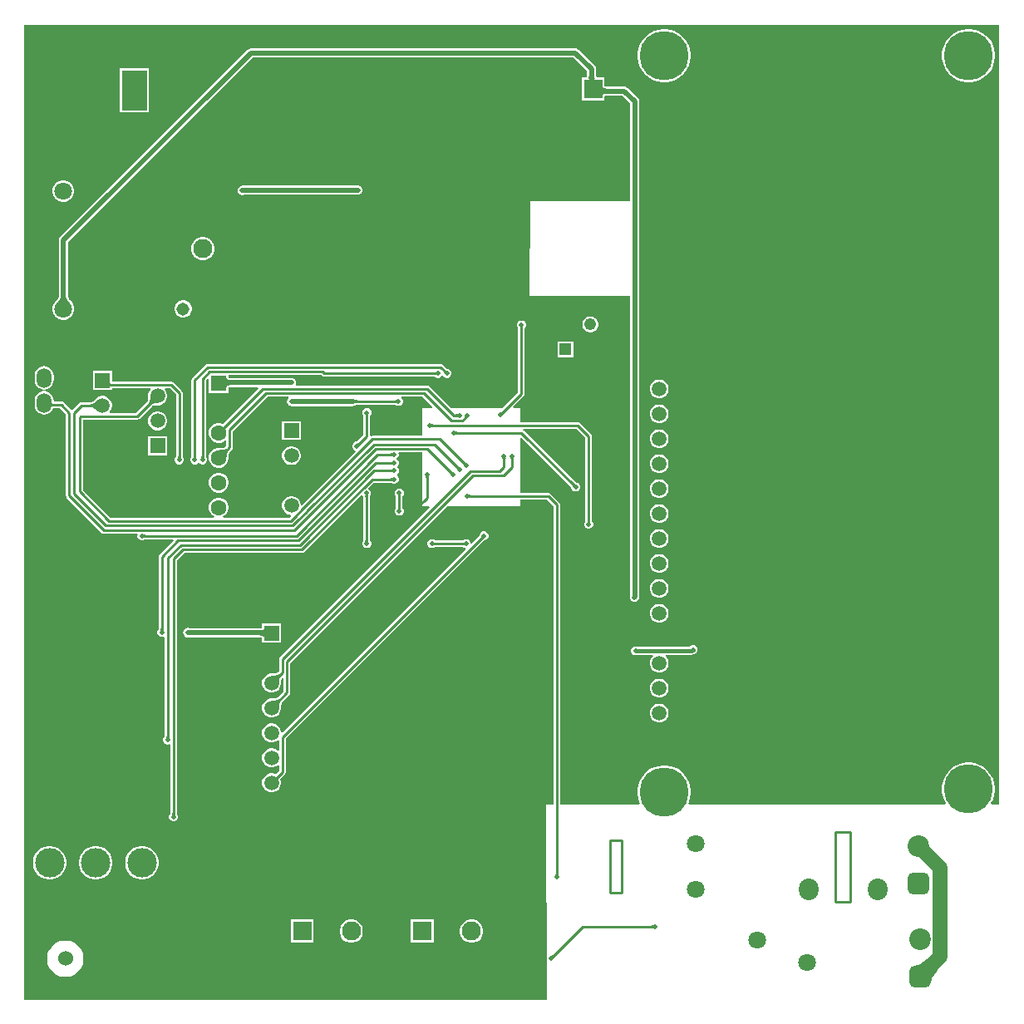
<source format=gbr>
%TF.GenerationSoftware,Altium Limited,Altium Designer,24.9.1 (31)*%
G04 Layer_Physical_Order=2*
G04 Layer_Color=16711680*
%FSLAX45Y45*%
%MOMM*%
%TF.SameCoordinates,54C84388-69FA-44E8-9161-08C7B8D1B229*%
%TF.FilePolarity,Positive*%
%TF.FileFunction,Copper,L2,Bot,Signal*%
%TF.Part,Single*%
G01*
G75*
%TA.AperFunction,Conductor*%
%ADD30C,0.25400*%
%ADD32C,0.50800*%
%ADD34C,0.38100*%
%ADD35C,1.52400*%
%TA.AperFunction,ViaPad*%
%ADD39C,1.52400*%
%TA.AperFunction,ComponentPad*%
%ADD40C,3.00000*%
%ADD41C,1.52000*%
%ADD42R,1.52000X1.52000*%
%ADD43C,1.80000*%
%ADD44R,1.95000X1.95000*%
%ADD45C,1.95000*%
%ADD46O,2.00000X2.20000*%
%ADD47C,5.00000*%
%ADD48C,1.50800*%
%ADD49R,1.50800X1.50800*%
%ADD50O,1.50000X2.00000*%
%ADD51C,1.60000*%
%ADD52R,1.60000X1.60000*%
%ADD53R,1.22200X1.22200*%
%ADD54C,1.22200*%
%ADD55C,1.30800*%
%ADD56R,4.06400X2.54000*%
%ADD57R,2.54000X4.06400*%
%ADD58C,1.50000*%
%ADD59R,1.50000X1.50000*%
G04:AMPARAMS|DCode=60|XSize=2.2mm|YSize=2.2mm|CornerRadius=0.55mm|HoleSize=0mm|Usage=FLASHONLY|Rotation=90.000|XOffset=0mm|YOffset=0mm|HoleType=Round|Shape=RoundedRectangle|*
%AMROUNDEDRECTD60*
21,1,2.20000,1.10000,0,0,90.0*
21,1,1.10000,2.20000,0,0,90.0*
1,1,1.10000,0.55000,0.55000*
1,1,1.10000,0.55000,-0.55000*
1,1,1.10000,-0.55000,-0.55000*
1,1,1.10000,-0.55000,0.55000*
%
%ADD60ROUNDEDRECTD60*%
%ADD61C,2.20000*%
%TA.AperFunction,ViaPad*%
%ADD62C,0.50800*%
%TA.AperFunction,NonConductor*%
%ADD63C,0.25400*%
G36*
X5114595Y6887033D02*
X5113731Y6885763D01*
X5112969Y6884311D01*
X5112309Y6882675D01*
X5111750Y6880857D01*
X5111293Y6878855D01*
X5110937Y6876672D01*
X5110683Y6874305D01*
X5110480Y6869023D01*
X5085080D01*
X5085029Y6871755D01*
X5084623Y6876672D01*
X5084267Y6878855D01*
X5083810Y6880857D01*
X5083251Y6882675D01*
X5082591Y6884311D01*
X5081829Y6885763D01*
X5080965Y6887033D01*
X5080000Y6888121D01*
X5115560D01*
X5114595Y6887033D01*
D02*
G37*
G36*
X4321928Y6446625D02*
X4325697Y6443459D01*
X4327499Y6442185D01*
X4329245Y6441117D01*
X4330936Y6440256D01*
X4332571Y6439601D01*
X4334151Y6439152D01*
X4335676Y6438909D01*
X4337145Y6438873D01*
X4312929Y6412832D01*
X4312794Y6414258D01*
X4312463Y6415745D01*
X4311936Y6417291D01*
X4311213Y6418898D01*
X4310293Y6420565D01*
X4309177Y6422292D01*
X4307865Y6424080D01*
X4304653Y6427836D01*
X4302752Y6429804D01*
X4319960Y6448518D01*
X4321928Y6446625D01*
D02*
G37*
G36*
X4228070Y6393995D02*
X4226956Y6394806D01*
X4225662Y6395531D01*
X4224186Y6396170D01*
X4222529Y6396725D01*
X4220691Y6397194D01*
X4218671Y6397578D01*
X4216470Y6397876D01*
X4211525Y6398217D01*
X4208780Y6398260D01*
X4205820Y6423660D01*
X4208548Y6423717D01*
X4213431Y6424175D01*
X4215587Y6424575D01*
X4217551Y6425089D01*
X4219325Y6425718D01*
X4220908Y6426461D01*
X4222301Y6427319D01*
X4223503Y6428291D01*
X4224514Y6429377D01*
X4228070Y6393995D01*
D02*
G37*
G36*
X2092541Y6365494D02*
X2094074Y6361176D01*
X2096629Y6357366D01*
X2100207Y6354064D01*
X2104806Y6351270D01*
X2110428Y6348984D01*
X2117071Y6347206D01*
X2124737Y6345936D01*
X2133425Y6345174D01*
X2143135Y6344920D01*
Y6294120D01*
X2133425Y6293866D01*
X2124737Y6293104D01*
X2117071Y6291834D01*
X2110428Y6290056D01*
X2104806Y6287770D01*
X2100207Y6284976D01*
X2096629Y6281674D01*
X2094074Y6277864D01*
X2092541Y6273546D01*
X2092030Y6268720D01*
Y6370320D01*
X2092541Y6365494D01*
D02*
G37*
G36*
X903687Y6316907D02*
X904458Y6314748D01*
X905744Y6312843D01*
X907543Y6311192D01*
X909856Y6309795D01*
X912684Y6308652D01*
X916026Y6307763D01*
X919881Y6307128D01*
X924251Y6306747D01*
X929135Y6306620D01*
Y6281220D01*
X924251Y6281093D01*
X919881Y6280712D01*
X916026Y6280077D01*
X912684Y6279188D01*
X909856Y6278045D01*
X907543Y6276648D01*
X905744Y6274997D01*
X904458Y6273092D01*
X903687Y6270933D01*
X903430Y6268520D01*
Y6319320D01*
X903687Y6316907D01*
D02*
G37*
G36*
X3824881Y6108700D02*
X3823793Y6109665D01*
X3822523Y6110529D01*
X3821071Y6111291D01*
X3819435Y6111951D01*
X3817617Y6112510D01*
X3815615Y6112967D01*
X3813432Y6113323D01*
X3811065Y6113577D01*
X3805783Y6113780D01*
Y6139180D01*
X3808515Y6139231D01*
X3813432Y6139637D01*
X3815615Y6139993D01*
X3817617Y6140450D01*
X3819435Y6141009D01*
X3821071Y6141669D01*
X3822523Y6142431D01*
X3823793Y6143295D01*
X3824881Y6144260D01*
Y6108700D01*
D02*
G37*
G36*
X3400188Y6143450D02*
X3402572Y6142554D01*
X3405843Y6141763D01*
X3409999Y6141078D01*
X3420968Y6140024D01*
X3444066Y6139233D01*
X3453537Y6139180D01*
Y6113780D01*
X3444066Y6113727D01*
X3405843Y6111197D01*
X3402572Y6110406D01*
X3400188Y6109510D01*
X3398689Y6108508D01*
Y6144452D01*
X3400188Y6143450D01*
D02*
G37*
G36*
X1391160Y6108904D02*
X1380198Y6108824D01*
X1360548Y6107503D01*
X1351862Y6106262D01*
X1343934Y6104634D01*
X1336764Y6102619D01*
X1330353Y6100218D01*
X1324701Y6097429D01*
X1319807Y6094254D01*
X1315672Y6090691D01*
X1297711Y6108652D01*
X1301274Y6112787D01*
X1304449Y6117681D01*
X1307238Y6123333D01*
X1309639Y6129744D01*
X1311654Y6136914D01*
X1313282Y6144842D01*
X1314523Y6153528D01*
X1315844Y6173178D01*
X1315924Y6184140D01*
X1391160Y6108904D01*
D02*
G37*
G36*
X311058Y6114746D02*
X311696Y6112587D01*
X312887Y6110682D01*
X314629Y6109031D01*
X316923Y6107634D01*
X319770Y6106491D01*
X323169Y6105602D01*
X327119Y6104967D01*
X331622Y6104586D01*
X336676Y6104459D01*
X335719Y6079059D01*
X330467Y6078933D01*
X325748Y6078555D01*
X321561Y6077924D01*
X317908Y6077041D01*
X314788Y6075906D01*
X312201Y6074519D01*
X310147Y6072880D01*
X308626Y6070988D01*
X307638Y6068844D01*
X307183Y6066448D01*
X310972Y6117159D01*
X311058Y6114746D01*
D02*
G37*
G36*
X773765Y6032640D02*
X765957Y6040335D01*
X751129Y6053295D01*
X744109Y6058560D01*
X737352Y6063015D01*
X730858Y6066660D01*
X724626Y6069495D01*
X718658Y6071520D01*
X712952Y6072735D01*
X707509Y6073140D01*
Y6098540D01*
X712952Y6098945D01*
X718658Y6100160D01*
X724626Y6102185D01*
X730858Y6105020D01*
X737352Y6108665D01*
X744109Y6113120D01*
X751129Y6118385D01*
X765957Y6131345D01*
X773765Y6139040D01*
Y6032640D01*
D02*
G37*
G36*
X4919731Y6009210D02*
X4917835Y6007242D01*
X4914646Y6003479D01*
X4913353Y6001683D01*
X4912261Y5999945D01*
X4911370Y5998264D01*
X4910681Y5996640D01*
X4910192Y5995074D01*
X4909905Y5993565D01*
X4909819Y5992114D01*
X4884674Y6017259D01*
X4886125Y6017345D01*
X4887634Y6017632D01*
X4889200Y6018121D01*
X4890824Y6018810D01*
X4892505Y6019701D01*
X4894243Y6020793D01*
X4896039Y6022086D01*
X4897892Y6023580D01*
X4901770Y6027171D01*
X4919731Y6009210D01*
D02*
G37*
G36*
X3539795Y5992953D02*
X3538931Y5991683D01*
X3538169Y5990231D01*
X3537509Y5988595D01*
X3536950Y5986777D01*
X3536493Y5984775D01*
X3536137Y5982592D01*
X3535883Y5980225D01*
X3535680Y5974943D01*
X3510280D01*
X3510229Y5977675D01*
X3509823Y5982592D01*
X3509467Y5984775D01*
X3509010Y5986777D01*
X3508451Y5988595D01*
X3507791Y5990231D01*
X3507029Y5991683D01*
X3506165Y5992953D01*
X3505200Y5994041D01*
X3540760D01*
X3539795Y5992953D01*
D02*
G37*
G36*
X4450060Y5967134D02*
X4448948Y5967929D01*
X4447654Y5968641D01*
X4446179Y5969269D01*
X4444522Y5969813D01*
X4442683Y5970273D01*
X4440663Y5970650D01*
X4436078Y5971152D01*
X4433513Y5971278D01*
X4430767Y5971320D01*
X4427546Y5996720D01*
X4430273Y5996777D01*
X4435153Y5997238D01*
X4437306Y5997642D01*
X4439266Y5998161D01*
X4441036Y5998795D01*
X4442613Y5999544D01*
X4443999Y6000409D01*
X4445194Y6001388D01*
X4446196Y6002484D01*
X4450060Y5967134D01*
D02*
G37*
G36*
X4549200Y5961906D02*
X4548036Y5961584D01*
X4546782Y5961084D01*
X4545436Y5960403D01*
X4544000Y5959543D01*
X4542472Y5958503D01*
X4539143Y5955883D01*
X4537341Y5954303D01*
X4533465Y5950604D01*
X4510913Y5963974D01*
X4512799Y5965947D01*
X4515871Y5969723D01*
X4517059Y5971526D01*
X4518013Y5973271D01*
X4518735Y5974960D01*
X4519223Y5976591D01*
X4519479Y5978166D01*
X4519503Y5979683D01*
X4519293Y5981144D01*
X4549200Y5961906D01*
D02*
G37*
G36*
X4179747Y5899455D02*
X4181017Y5898591D01*
X4182469Y5897829D01*
X4184105Y5897169D01*
X4185923Y5896610D01*
X4187925Y5896153D01*
X4190108Y5895797D01*
X4192475Y5895543D01*
X4197757Y5895340D01*
Y5869940D01*
X4195025Y5869889D01*
X4190108Y5869483D01*
X4187925Y5869127D01*
X4185923Y5868670D01*
X4184105Y5868111D01*
X4182469Y5867451D01*
X4181017Y5866689D01*
X4179747Y5865825D01*
X4178659Y5864860D01*
Y5900420D01*
X4179747Y5899455D01*
D02*
G37*
G36*
X4426967Y5824955D02*
X4428237Y5824091D01*
X4429689Y5823329D01*
X4431325Y5822669D01*
X4433143Y5822110D01*
X4435145Y5821653D01*
X4437328Y5821297D01*
X4439695Y5821043D01*
X4444977Y5820840D01*
Y5795440D01*
X4442245Y5795389D01*
X4437328Y5794983D01*
X4435145Y5794627D01*
X4433143Y5794170D01*
X4431325Y5793611D01*
X4429689Y5792951D01*
X4428237Y5792189D01*
X4426967Y5791325D01*
X4425879Y5790360D01*
Y5825920D01*
X4426967Y5824955D01*
D02*
G37*
G36*
X3456691Y5689170D02*
X3454795Y5687202D01*
X3451606Y5683439D01*
X3450313Y5681643D01*
X3449221Y5679905D01*
X3448330Y5678224D01*
X3447641Y5676600D01*
X3447152Y5675034D01*
X3446865Y5673525D01*
X3446779Y5672074D01*
X3421634Y5697219D01*
X3423085Y5697305D01*
X3424594Y5697592D01*
X3426160Y5698081D01*
X3427784Y5698770D01*
X3429465Y5699661D01*
X3431203Y5700753D01*
X3432999Y5702046D01*
X3434852Y5703540D01*
X3438730Y5707131D01*
X3456691Y5689170D01*
D02*
G37*
G36*
X2113533Y5631248D02*
X2109955Y5627074D01*
X2106706Y5622035D01*
X2103788Y5616133D01*
X2101198Y5609367D01*
X2098939Y5601738D01*
X2097010Y5593246D01*
X2095409Y5583889D01*
X2093199Y5562586D01*
X2092588Y5550639D01*
X2017119Y5633394D01*
X2028588Y5632962D01*
X2049166Y5633496D01*
X2058276Y5634462D01*
X2066598Y5635894D01*
X2074134Y5637792D01*
X2080883Y5640157D01*
X2086845Y5642987D01*
X2092021Y5646284D01*
X2096410Y5650047D01*
X2113533Y5631248D01*
D02*
G37*
G36*
X3781861Y5568431D02*
X3780773Y5569396D01*
X3779503Y5570260D01*
X3778051Y5571022D01*
X3776415Y5571682D01*
X3774597Y5572241D01*
X3772595Y5572698D01*
X3770412Y5573054D01*
X3768045Y5573308D01*
X3762763Y5573511D01*
Y5598911D01*
X3765495Y5598962D01*
X3770412Y5599368D01*
X3772595Y5599724D01*
X3774597Y5600181D01*
X3776415Y5600740D01*
X3778051Y5601400D01*
X3779503Y5602162D01*
X3780773Y5603026D01*
X3781861Y5603991D01*
Y5568431D01*
D02*
G37*
G36*
X1861871Y5566625D02*
X1862277Y5561708D01*
X1862633Y5559525D01*
X1863090Y5557523D01*
X1863649Y5555705D01*
X1864309Y5554069D01*
X1865071Y5552617D01*
X1865935Y5551347D01*
X1866900Y5550259D01*
X1831340D01*
X1832305Y5551347D01*
X1833169Y5552617D01*
X1833931Y5554069D01*
X1834591Y5555705D01*
X1835150Y5557523D01*
X1835607Y5559525D01*
X1835963Y5561708D01*
X1836217Y5564075D01*
X1836420Y5569357D01*
X1861820D01*
X1861871Y5566625D01*
D02*
G37*
G36*
X1783131D02*
X1783537Y5561708D01*
X1783893Y5559525D01*
X1784350Y5557523D01*
X1784909Y5555705D01*
X1785569Y5554069D01*
X1786331Y5552617D01*
X1787195Y5551347D01*
X1788160Y5550259D01*
X1752600D01*
X1753565Y5551347D01*
X1754429Y5552617D01*
X1755191Y5554069D01*
X1755851Y5555705D01*
X1756410Y5557523D01*
X1756867Y5559525D01*
X1757223Y5561708D01*
X1757477Y5564075D01*
X1757680Y5569357D01*
X1783080D01*
X1783131Y5566625D01*
D02*
G37*
G36*
X1623111D02*
X1623517Y5561708D01*
X1623873Y5559525D01*
X1624330Y5557523D01*
X1624889Y5555705D01*
X1625549Y5554069D01*
X1626311Y5552617D01*
X1627175Y5551347D01*
X1628140Y5550259D01*
X1592580D01*
X1593545Y5551347D01*
X1594409Y5552617D01*
X1595171Y5554069D01*
X1595831Y5555705D01*
X1596390Y5557523D01*
X1596847Y5559525D01*
X1597203Y5561708D01*
X1597457Y5564075D01*
X1597660Y5569357D01*
X1623060D01*
X1623111Y5566625D01*
D02*
G37*
G36*
X5020615Y5545913D02*
X5019751Y5544643D01*
X5018989Y5543191D01*
X5018329Y5541555D01*
X5017770Y5539737D01*
X5017313Y5537735D01*
X5016957Y5535552D01*
X5016703Y5533185D01*
X5016500Y5527903D01*
X4991100D01*
X4991049Y5530635D01*
X4990643Y5535552D01*
X4990287Y5537735D01*
X4989830Y5539737D01*
X4989271Y5541555D01*
X4988611Y5543191D01*
X4987849Y5544643D01*
X4986985Y5545913D01*
X4986020Y5547001D01*
X5021580D01*
X5020615Y5545913D01*
D02*
G37*
G36*
X4936795D02*
X4935931Y5544643D01*
X4935169Y5543191D01*
X4934509Y5541555D01*
X4933950Y5539737D01*
X4933493Y5537735D01*
X4933137Y5535552D01*
X4932883Y5533185D01*
X4932680Y5527903D01*
X4907280D01*
X4907229Y5530635D01*
X4906823Y5535552D01*
X4906467Y5537735D01*
X4906010Y5539737D01*
X4905451Y5541555D01*
X4904791Y5543191D01*
X4904029Y5544643D01*
X4903165Y5545913D01*
X4902200Y5547001D01*
X4937760D01*
X4936795Y5545913D01*
D02*
G37*
G36*
X3781861Y5479220D02*
X3780773Y5480185D01*
X3779503Y5481049D01*
X3778051Y5481811D01*
X3776415Y5482471D01*
X3774597Y5483030D01*
X3772595Y5483487D01*
X3770412Y5483843D01*
X3768045Y5484097D01*
X3762763Y5484300D01*
Y5509700D01*
X3765495Y5509751D01*
X3770412Y5510157D01*
X3772595Y5510513D01*
X3774597Y5510970D01*
X3776415Y5511529D01*
X3778051Y5512189D01*
X3779503Y5512951D01*
X3780773Y5513815D01*
X3781861Y5514780D01*
Y5479220D01*
D02*
G37*
G36*
X4518518Y5507115D02*
X4522281Y5503926D01*
X4524077Y5502633D01*
X4525815Y5501541D01*
X4527496Y5500650D01*
X4529120Y5499961D01*
X4530686Y5499472D01*
X4532195Y5499185D01*
X4533646Y5499099D01*
X4508501Y5473954D01*
X4508415Y5475405D01*
X4508128Y5476914D01*
X4507639Y5478480D01*
X4506950Y5480104D01*
X4506059Y5481785D01*
X4504967Y5483523D01*
X4503674Y5485319D01*
X4502180Y5487172D01*
X4498589Y5491050D01*
X4516550Y5509011D01*
X4518518Y5507115D01*
D02*
G37*
G36*
X4455018Y5463935D02*
X4458781Y5460746D01*
X4460577Y5459453D01*
X4462315Y5458361D01*
X4463996Y5457470D01*
X4465620Y5456781D01*
X4467186Y5456292D01*
X4468695Y5456005D01*
X4470146Y5455919D01*
X4445001Y5430774D01*
X4444915Y5432225D01*
X4444628Y5433734D01*
X4444139Y5435300D01*
X4443450Y5436924D01*
X4442559Y5438605D01*
X4441467Y5440343D01*
X4440174Y5442139D01*
X4438680Y5443992D01*
X4435089Y5447870D01*
X4453050Y5465831D01*
X4455018Y5463935D01*
D02*
G37*
G36*
X3781861Y5402580D02*
X3780773Y5403545D01*
X3779503Y5404409D01*
X3778051Y5405171D01*
X3776415Y5405831D01*
X3774597Y5406390D01*
X3772595Y5406847D01*
X3770412Y5407203D01*
X3768045Y5407457D01*
X3762763Y5407660D01*
Y5433060D01*
X3765495Y5433111D01*
X3770412Y5433517D01*
X3772595Y5433873D01*
X3774597Y5434330D01*
X3776415Y5434889D01*
X3778051Y5435549D01*
X3779503Y5436311D01*
X3780773Y5437175D01*
X3781861Y5438140D01*
Y5402580D01*
D02*
G37*
G36*
X4386438Y5415675D02*
X4390201Y5412486D01*
X4391997Y5411193D01*
X4393735Y5410101D01*
X4395416Y5409210D01*
X4397040Y5408521D01*
X4398606Y5408032D01*
X4400115Y5407745D01*
X4401566Y5407659D01*
X4376421Y5382514D01*
X4376335Y5383965D01*
X4376048Y5385474D01*
X4375559Y5387040D01*
X4374870Y5388664D01*
X4373979Y5390345D01*
X4372887Y5392083D01*
X4371594Y5393879D01*
X4370100Y5395732D01*
X4366509Y5399610D01*
X4384470Y5417571D01*
X4386438Y5415675D01*
D02*
G37*
G36*
X4151935Y5365573D02*
X4151071Y5364303D01*
X4150309Y5362851D01*
X4149649Y5361215D01*
X4149090Y5359397D01*
X4148633Y5357395D01*
X4148277Y5355212D01*
X4148023Y5352845D01*
X4147820Y5347563D01*
X4122420D01*
X4122369Y5350295D01*
X4121963Y5355212D01*
X4121607Y5357395D01*
X4121150Y5359397D01*
X4120591Y5361215D01*
X4119931Y5362851D01*
X4119169Y5364303D01*
X4118305Y5365573D01*
X4117340Y5366661D01*
X4152900D01*
X4151935Y5365573D01*
D02*
G37*
G36*
X3781861Y5316220D02*
X3780773Y5317185D01*
X3779503Y5318049D01*
X3778051Y5318811D01*
X3776415Y5319471D01*
X3774597Y5320030D01*
X3772595Y5320487D01*
X3770412Y5320843D01*
X3768045Y5321097D01*
X3762763Y5321300D01*
Y5346700D01*
X3765495Y5346751D01*
X3770412Y5347157D01*
X3772595Y5347513D01*
X3774597Y5347970D01*
X3776415Y5348529D01*
X3778051Y5349189D01*
X3779503Y5349951D01*
X3780773Y5350815D01*
X3781861Y5351780D01*
Y5316220D01*
D02*
G37*
G36*
X5633578Y5288675D02*
X5637341Y5285486D01*
X5639137Y5284193D01*
X5640875Y5283101D01*
X5642556Y5282210D01*
X5644180Y5281521D01*
X5645746Y5281032D01*
X5647255Y5280745D01*
X5648706Y5280659D01*
X5623561Y5255514D01*
X5623475Y5256965D01*
X5623188Y5258474D01*
X5622699Y5260040D01*
X5622010Y5261664D01*
X5621119Y5263345D01*
X5620027Y5265083D01*
X5618734Y5266879D01*
X5617240Y5268732D01*
X5613649Y5272610D01*
X5631610Y5290571D01*
X5633578Y5288675D01*
D02*
G37*
G36*
X3534054Y5174376D02*
X3533329Y5173082D01*
X3532690Y5171606D01*
X3532135Y5169949D01*
X3531666Y5168111D01*
X3531282Y5166091D01*
X3530984Y5163890D01*
X3530643Y5158945D01*
X3530600Y5156200D01*
X3505200Y5153240D01*
X3505143Y5155968D01*
X3504685Y5160851D01*
X3504285Y5163007D01*
X3503771Y5164971D01*
X3503142Y5166745D01*
X3502399Y5168328D01*
X3501541Y5169721D01*
X3500569Y5170923D01*
X3499483Y5171934D01*
X3534865Y5175490D01*
X3534054Y5174376D01*
D02*
G37*
G36*
X4563287Y5180635D02*
X4564557Y5179771D01*
X4566009Y5179009D01*
X4567645Y5178349D01*
X4569463Y5177790D01*
X4571465Y5177333D01*
X4573648Y5176977D01*
X4576015Y5176723D01*
X4581297Y5176520D01*
Y5151120D01*
X4578565Y5151069D01*
X4573648Y5150663D01*
X4571465Y5150307D01*
X4569463Y5149850D01*
X4567645Y5149291D01*
X4566009Y5148631D01*
X4564557Y5147869D01*
X4563287Y5147005D01*
X4562199Y5146040D01*
Y5181600D01*
X4563287Y5180635D01*
D02*
G37*
G36*
X5796000Y4909381D02*
X5796406Y4904465D01*
X5796762Y4902281D01*
X5797219Y4900280D01*
X5797778Y4898461D01*
X5798438Y4896826D01*
X5799200Y4895373D01*
X5800064Y4894103D01*
X5801029Y4893015D01*
X5765469D01*
X5766434Y4894103D01*
X5767298Y4895373D01*
X5768060Y4896826D01*
X5768720Y4898461D01*
X5769279Y4900280D01*
X5769736Y4902281D01*
X5770092Y4904465D01*
X5770346Y4906831D01*
X5770549Y4912113D01*
X5795949D01*
X5796000Y4909381D01*
D02*
G37*
G36*
X9966333Y2024400D02*
X9886323D01*
X9880557Y2035716D01*
X9881258Y2036681D01*
X9900575Y2074593D01*
X9913724Y2115060D01*
X9920380Y2157085D01*
Y2199634D01*
X9913724Y2241660D01*
X9900575Y2282127D01*
X9881258Y2320039D01*
X9856249Y2354462D01*
X9826162Y2384548D01*
X9791739Y2409558D01*
X9753827Y2428875D01*
X9713360Y2442024D01*
X9671334Y2448680D01*
X9628785D01*
X9586760Y2442024D01*
X9546293Y2428875D01*
X9508381Y2409558D01*
X9473958Y2384548D01*
X9443871Y2354462D01*
X9418862Y2320039D01*
X9399545Y2282127D01*
X9386396Y2241660D01*
X9379740Y2199634D01*
Y2157085D01*
X9386396Y2115060D01*
X9399545Y2074593D01*
X9418862Y2036681D01*
X9419563Y2035716D01*
X9413797Y2024400D01*
X6802479D01*
X6795844Y2035229D01*
X6801175Y2045693D01*
X6814324Y2086160D01*
X6820980Y2128185D01*
Y2170734D01*
X6814324Y2212760D01*
X6801175Y2253227D01*
X6781858Y2291138D01*
X6756849Y2325562D01*
X6726762Y2355648D01*
X6692339Y2380658D01*
X6654427Y2399975D01*
X6613960Y2413124D01*
X6571935Y2419780D01*
X6529385D01*
X6487360Y2413124D01*
X6446893Y2399975D01*
X6408981Y2380658D01*
X6374558Y2355648D01*
X6344471Y2325562D01*
X6319462Y2291138D01*
X6300145Y2253227D01*
X6286996Y2212760D01*
X6280340Y2170734D01*
Y2128185D01*
X6286996Y2086160D01*
X6300145Y2045693D01*
X6305476Y2035229D01*
X6298841Y2024400D01*
X5493068D01*
Y5073979D01*
X5490505Y5086863D01*
X5483207Y5097785D01*
X5393366Y5187626D01*
X5382444Y5194924D01*
X5369560Y5197487D01*
X5082540D01*
Y5757474D01*
X5094273Y5762334D01*
X5602076Y5254532D01*
X5602252Y5254314D01*
X5602830Y5253511D01*
X5603169Y5252971D01*
X5603178Y5252954D01*
X5603240Y5252800D01*
Y5246166D01*
X5610201Y5229362D01*
X5623062Y5216501D01*
X5639866Y5209540D01*
X5658054D01*
X5674858Y5216501D01*
X5687719Y5229362D01*
X5694680Y5246166D01*
Y5264354D01*
X5687719Y5281158D01*
X5674858Y5294019D01*
X5658054Y5300980D01*
X5651420D01*
X5651266Y5301042D01*
X5651248Y5301052D01*
X5650711Y5301389D01*
X5650111Y5301821D01*
X5649458Y5302375D01*
X5119886Y5831946D01*
X5113411Y5836273D01*
X5117263Y5848973D01*
X5657875D01*
X5749582Y5757265D01*
Y4907513D01*
X5749553Y4907240D01*
X5749393Y4906254D01*
X5749252Y4905638D01*
X5749247Y4905622D01*
X5749180Y4905465D01*
X5744490Y4900775D01*
X5737529Y4883970D01*
Y4865782D01*
X5744490Y4848978D01*
X5757351Y4836117D01*
X5774155Y4829156D01*
X5792344D01*
X5809148Y4836117D01*
X5822009Y4848978D01*
X5828969Y4865782D01*
Y4883970D01*
X5822009Y4900775D01*
X5817318Y4905465D01*
X5817251Y4905623D01*
X5817247Y4905637D01*
X5817106Y4906254D01*
X5816987Y4906987D01*
X5816916Y4907840D01*
Y5771211D01*
X5814354Y5784094D01*
X5807055Y5795017D01*
X5695626Y5906446D01*
X5684704Y5913744D01*
X5671820Y5916307D01*
X5082540D01*
Y6060440D01*
X5017206D01*
X5012346Y6072173D01*
X5121586Y6181414D01*
X5128884Y6192336D01*
X5131447Y6205220D01*
Y6873623D01*
X5131476Y6873897D01*
X5131637Y6874882D01*
X5131777Y6875498D01*
X5131782Y6875514D01*
X5131849Y6875671D01*
X5136539Y6880362D01*
X5143500Y6897166D01*
Y6915354D01*
X5136539Y6932158D01*
X5123678Y6945019D01*
X5106874Y6951980D01*
X5088686D01*
X5071882Y6945019D01*
X5059021Y6932158D01*
X5052060Y6915354D01*
Y6897166D01*
X5059021Y6880362D01*
X5063711Y6875671D01*
X5063778Y6875513D01*
X5063782Y6875500D01*
X5063923Y6874882D01*
X5064042Y6874149D01*
X5064113Y6873296D01*
Y6219165D01*
X4905388Y6060440D01*
X4375772D01*
X4158926Y6277286D01*
X4148004Y6284584D01*
X4135120Y6287147D01*
X2804778D01*
X2799495Y6293919D01*
X2797742Y6299847D01*
X2798967Y6301681D01*
X2799863Y6306184D01*
X2801620Y6310426D01*
Y6315018D01*
X2802516Y6319520D01*
X2801620Y6324022D01*
Y6328614D01*
X2799863Y6332856D01*
X2798967Y6337359D01*
X2796417Y6341176D01*
X2794659Y6345418D01*
X2791413Y6348665D01*
X2788862Y6352482D01*
X2785045Y6355033D01*
X2781798Y6358279D01*
X2777556Y6360037D01*
X2773739Y6362587D01*
X2769236Y6363483D01*
X2764994Y6365240D01*
X2760402D01*
X2755900Y6366136D01*
X2131554D01*
X2127338Y6366505D01*
X2121453Y6367481D01*
X2117035Y6368663D01*
X2114146Y6369838D01*
X2112959Y6370558D01*
Y6394873D01*
X3058019D01*
X3065738Y6387154D01*
X3076660Y6379856D01*
X3089544Y6377293D01*
X4213800D01*
X4214366Y6377254D01*
X4215342Y6377122D01*
X4216187Y6376961D01*
X4216233Y6376949D01*
X4218442Y6374741D01*
X4235246Y6367780D01*
X4253434D01*
X4270238Y6374741D01*
X4283099Y6387602D01*
X4284457Y6390879D01*
X4298203D01*
X4299561Y6387602D01*
X4312422Y6374741D01*
X4329226Y6367780D01*
X4347414D01*
X4364218Y6374741D01*
X4377079Y6387602D01*
X4384040Y6404406D01*
Y6422594D01*
X4377079Y6439398D01*
X4364218Y6452259D01*
X4347414Y6459220D01*
X4339354D01*
X4338896Y6459500D01*
X4338363Y6459877D01*
X4337671Y6460459D01*
X4300064Y6498066D01*
X4289141Y6505364D01*
X4276257Y6507927D01*
X1900025D01*
X1887141Y6505364D01*
X1876218Y6498066D01*
X1746574Y6368421D01*
X1739276Y6357499D01*
X1736713Y6344615D01*
Y5564757D01*
X1736684Y5564483D01*
X1736523Y5563498D01*
X1736383Y5562882D01*
X1736378Y5562866D01*
X1736311Y5562709D01*
X1731621Y5558018D01*
X1724660Y5541214D01*
Y5523026D01*
X1731621Y5506222D01*
X1744482Y5493361D01*
X1761286Y5486400D01*
X1779474D01*
X1796278Y5493361D01*
X1801453Y5498536D01*
X1809750Y5505695D01*
X1818047Y5498536D01*
X1823222Y5493361D01*
X1840026Y5486400D01*
X1858214D01*
X1875018Y5493361D01*
X1887879Y5506222D01*
X1894840Y5523026D01*
Y5541214D01*
X1887879Y5558018D01*
X1883189Y5562709D01*
X1883122Y5562867D01*
X1883118Y5562880D01*
X1882977Y5563498D01*
X1882858Y5564231D01*
X1882787Y5565084D01*
Y6344752D01*
X1900586Y6362551D01*
X1912320Y6357691D01*
Y6215200D01*
X2112959D01*
Y6268482D01*
X2114145Y6269202D01*
X2117034Y6270377D01*
X2121453Y6271559D01*
X2127339Y6272535D01*
X2131554Y6272904D01*
X2413819D01*
X2418679Y6261171D01*
X2055894Y5898386D01*
X2051362Y5901003D01*
X2025847Y5907839D01*
X1999432D01*
X1973918Y5901003D01*
X1951042Y5887795D01*
X1932364Y5869117D01*
X1919156Y5846242D01*
X1912320Y5820727D01*
Y5794312D01*
X1919156Y5768797D01*
X1932364Y5745922D01*
X1951042Y5727244D01*
X1973918Y5714036D01*
X1999432Y5707200D01*
X2025847D01*
X2051362Y5714036D01*
X2074237Y5727244D01*
X2080259Y5733266D01*
X2091993Y5728405D01*
Y5675281D01*
X2079856Y5663144D01*
X2079652Y5662969D01*
X2076800Y5661153D01*
X2072993Y5659345D01*
X2068169Y5657655D01*
X2062302Y5656177D01*
X2055424Y5654994D01*
X2047804Y5654186D01*
X2028707Y5653690D01*
X2026027Y5653791D01*
X2025847Y5653839D01*
X2024742D01*
X2017899Y5654097D01*
X2016288Y5653839D01*
X1999432D01*
X1973918Y5647003D01*
X1951042Y5633795D01*
X1932364Y5615117D01*
X1919156Y5592242D01*
X1912320Y5566727D01*
Y5540312D01*
X1919156Y5514797D01*
X1932364Y5491922D01*
X1951042Y5473244D01*
X1973918Y5460036D01*
X1999432Y5453200D01*
X2025847D01*
X2051362Y5460036D01*
X2074237Y5473244D01*
X2092916Y5491922D01*
X2106123Y5514797D01*
X2112959Y5540312D01*
Y5548317D01*
X2113279Y5549581D01*
X2113862Y5560990D01*
X2115946Y5581068D01*
X2117337Y5589202D01*
X2118994Y5596496D01*
X2120836Y5602716D01*
X2122790Y5607821D01*
X2124756Y5611797D01*
X2126604Y5614662D01*
X2126634Y5614698D01*
X2149466Y5637529D01*
X2156764Y5648451D01*
X2159327Y5661335D01*
Y5822654D01*
X2510765Y6174093D01*
X2720895D01*
X2726101Y6163341D01*
X2725858Y6161393D01*
X2722938Y6159442D01*
X2720387Y6155625D01*
X2717141Y6152378D01*
X2715383Y6148136D01*
X2712833Y6144319D01*
X2711937Y6139816D01*
X2710180Y6135574D01*
Y6130982D01*
X2709284Y6126480D01*
X2710180Y6121978D01*
Y6117386D01*
X2711937Y6113144D01*
X2712833Y6108641D01*
X2715383Y6104824D01*
X2717141Y6100582D01*
X2720387Y6097335D01*
X2722938Y6093518D01*
X2726755Y6090967D01*
X2730002Y6087721D01*
X2734244Y6085963D01*
X2738061Y6083413D01*
X2742564Y6082517D01*
X2746806Y6080760D01*
X2751398D01*
X2755900Y6079864D01*
X3380740D01*
X3385242Y6080760D01*
X3389834D01*
X3394076Y6082517D01*
X3398579Y6083413D01*
X3402396Y6085963D01*
X3406638Y6087721D01*
X3409600Y6090682D01*
X3441789Y6092813D01*
X3810383D01*
X3810657Y6092784D01*
X3811642Y6092623D01*
X3812258Y6092483D01*
X3812274Y6092478D01*
X3812431Y6092411D01*
X3817122Y6087721D01*
X3833926Y6080760D01*
X3852114D01*
X3868918Y6087721D01*
X3881779Y6100582D01*
X3888740Y6117386D01*
Y6135574D01*
X3881779Y6152378D01*
X3872765Y6161393D01*
X3878025Y6174093D01*
X4088358D01*
X4190278Y6072173D01*
X4185418Y6060440D01*
X4084320D01*
Y5776607D01*
X3580242D01*
X3569347Y5774440D01*
X3562864Y5777450D01*
X3556647Y5782161D01*
Y5979543D01*
X3556676Y5979817D01*
X3556837Y5980802D01*
X3556977Y5981418D01*
X3556982Y5981434D01*
X3557049Y5981591D01*
X3561739Y5986282D01*
X3568700Y6003086D01*
Y6021274D01*
X3561739Y6038078D01*
X3548878Y6050939D01*
X3532074Y6057900D01*
X3513886D01*
X3497082Y6050939D01*
X3484221Y6038078D01*
X3477260Y6021274D01*
Y6003086D01*
X3484221Y5986282D01*
X3488911Y5981591D01*
X3488978Y5981433D01*
X3488982Y5981420D01*
X3489123Y5980802D01*
X3489242Y5980069D01*
X3489313Y5979216D01*
Y5787365D01*
X3420652Y5718704D01*
X3420434Y5718528D01*
X3419631Y5717950D01*
X3419091Y5717611D01*
X3419074Y5717602D01*
X3418920Y5717540D01*
X3412286D01*
X3395482Y5710579D01*
X3382621Y5697718D01*
X3375660Y5680914D01*
Y5662726D01*
X3382621Y5645922D01*
X3395482Y5633061D01*
X3402064Y5630334D01*
X3405043Y5615354D01*
X2860413Y5070723D01*
X2848680Y5075583D01*
Y5079849D01*
X2842184Y5104092D01*
X2829635Y5125828D01*
X2811888Y5143575D01*
X2790152Y5156124D01*
X2765909Y5162620D01*
X2740811D01*
X2716568Y5156124D01*
X2694832Y5143575D01*
X2677085Y5125828D01*
X2664536Y5104092D01*
X2658040Y5079849D01*
Y5054751D01*
X2664536Y5030508D01*
X2677085Y5008772D01*
X2694832Y4991025D01*
X2716568Y4978476D01*
X2740811Y4971980D01*
X2743694D01*
X2748555Y4960247D01*
X2731795Y4943487D01*
X2061954D01*
X2058551Y4956187D01*
X2074237Y4965244D01*
X2092916Y4983922D01*
X2106123Y5006797D01*
X2112959Y5032312D01*
Y5058727D01*
X2106123Y5084242D01*
X2092916Y5107117D01*
X2074237Y5125795D01*
X2051362Y5139003D01*
X2025847Y5145839D01*
X1999432D01*
X1973918Y5139003D01*
X1951042Y5125795D01*
X1932364Y5107117D01*
X1919156Y5084242D01*
X1912320Y5058727D01*
Y5032312D01*
X1919156Y5006797D01*
X1932364Y4983922D01*
X1951042Y4965244D01*
X1966728Y4956187D01*
X1963325Y4943487D01*
X908025D01*
X628027Y5223485D01*
Y5943153D01*
X1183840D01*
X1196724Y5945716D01*
X1207646Y5953014D01*
X1332286Y6077654D01*
X1334958Y6079387D01*
X1338589Y6081179D01*
X1343214Y6082912D01*
X1348825Y6084488D01*
X1355415Y6085842D01*
X1362711Y6086884D01*
X1380967Y6088111D01*
X1391311Y6088186D01*
X1393219Y6088580D01*
X1404601D01*
X1429098Y6095144D01*
X1451062Y6107825D01*
X1468995Y6125758D01*
X1481676Y6147722D01*
X1488240Y6172219D01*
Y6197581D01*
X1481676Y6222078D01*
X1468995Y6244042D01*
X1464517Y6248520D01*
X1469377Y6260253D01*
X1517875D01*
X1576693Y6201435D01*
Y5564757D01*
X1576664Y5564483D01*
X1576503Y5563498D01*
X1576363Y5562882D01*
X1576358Y5562866D01*
X1576291Y5562709D01*
X1571601Y5558018D01*
X1564640Y5541214D01*
Y5523026D01*
X1571601Y5506222D01*
X1584462Y5493361D01*
X1601266Y5486400D01*
X1619454D01*
X1636258Y5493361D01*
X1649119Y5506222D01*
X1656080Y5523026D01*
Y5541214D01*
X1649119Y5558018D01*
X1644429Y5562709D01*
X1644362Y5562867D01*
X1644358Y5562880D01*
X1644217Y5563498D01*
X1644098Y5564231D01*
X1644027Y5565084D01*
Y6215380D01*
X1641464Y6228264D01*
X1634166Y6239186D01*
X1555626Y6317726D01*
X1544704Y6325024D01*
X1531820Y6327587D01*
X924360D01*
Y6436160D01*
X731720D01*
Y6243520D01*
X924360D01*
Y6260253D01*
X1314463D01*
X1319323Y6248520D01*
X1314845Y6244042D01*
X1302164Y6222078D01*
X1295600Y6197581D01*
Y6186199D01*
X1295206Y6184291D01*
X1295131Y6173947D01*
X1293903Y6155691D01*
X1292862Y6148395D01*
X1291508Y6141805D01*
X1289931Y6136192D01*
X1288199Y6131569D01*
X1286407Y6127938D01*
X1284674Y6125266D01*
X1169895Y6010487D01*
X905497D01*
X900637Y6022220D01*
X905115Y6026698D01*
X917796Y6048662D01*
X924360Y6073159D01*
Y6098521D01*
X917796Y6123018D01*
X905115Y6144982D01*
X887182Y6162915D01*
X865218Y6175596D01*
X840721Y6182160D01*
X815359D01*
X790862Y6175596D01*
X768898Y6162915D01*
X760849Y6154866D01*
X759223Y6153796D01*
X751855Y6146536D01*
X738078Y6134494D01*
X732182Y6130073D01*
X726565Y6126369D01*
X721482Y6123516D01*
X716989Y6121472D01*
X713153Y6120170D01*
X710038Y6119507D01*
X612140D01*
X599256Y6116944D01*
X588334Y6109646D01*
X523196Y6044509D01*
X505370Y6044643D01*
X434447Y6115565D01*
X423525Y6122863D01*
X410641Y6125426D01*
X332362D01*
Y6138780D01*
X329086Y6163664D01*
X319482Y6186851D01*
X304203Y6206763D01*
X284291Y6222042D01*
X261103Y6231646D01*
X244536Y6233828D01*
X240377Y6234376D01*
Y6247184D01*
X244536Y6247732D01*
X261103Y6249914D01*
X284291Y6259518D01*
X304203Y6274797D01*
X319482Y6294709D01*
X329086Y6317896D01*
X332362Y6342780D01*
Y6392780D01*
X329086Y6417664D01*
X319482Y6440851D01*
X304203Y6460763D01*
X284291Y6476042D01*
X261103Y6485646D01*
X236220Y6488923D01*
X211337Y6485646D01*
X188149Y6476042D01*
X168237Y6460763D01*
X152958Y6440851D01*
X143354Y6417664D01*
X140078Y6392780D01*
Y6342780D01*
X143354Y6317896D01*
X152958Y6294709D01*
X168237Y6274797D01*
X188149Y6259518D01*
X211337Y6249914D01*
X227904Y6247732D01*
X232063Y6247184D01*
Y6234376D01*
X227904Y6233828D01*
X211337Y6231646D01*
X188149Y6222042D01*
X168237Y6206763D01*
X152958Y6186851D01*
X143354Y6163664D01*
X140078Y6138780D01*
Y6088780D01*
X143354Y6063896D01*
X152958Y6040709D01*
X168237Y6020797D01*
X188149Y6005518D01*
X211337Y5995914D01*
X236220Y5992637D01*
X261103Y5995914D01*
X284291Y6005518D01*
X304203Y6020797D01*
X319482Y6040709D01*
X326528Y6057720D01*
X328124Y6057961D01*
X329764Y6058092D01*
X396696D01*
X456553Y5998235D01*
Y5166360D01*
X459116Y5153476D01*
X466414Y5142554D01*
X816934Y4792034D01*
X827856Y4784736D01*
X840740Y4782173D01*
X1181236D01*
X1188292Y4771613D01*
X1186180Y4766514D01*
Y4748326D01*
X1193141Y4731522D01*
X1206002Y4718661D01*
X1222806Y4711700D01*
X1240994D01*
X1257798Y4718661D01*
X1262489Y4723351D01*
X1262647Y4723418D01*
X1262660Y4723422D01*
X1263278Y4723563D01*
X1264011Y4723682D01*
X1264864Y4723753D01*
X1548047D01*
X1552907Y4712020D01*
X1408754Y4567866D01*
X1401456Y4556944D01*
X1398893Y4544060D01*
Y3807077D01*
X1398864Y3806803D01*
X1398703Y3805818D01*
X1398563Y3805202D01*
X1398558Y3805186D01*
X1398491Y3805029D01*
X1393801Y3800338D01*
X1386840Y3783534D01*
Y3765346D01*
X1393801Y3748542D01*
X1406662Y3735681D01*
X1423466Y3728720D01*
X1441654D01*
X1449693Y3732050D01*
X1462393Y3723564D01*
Y2714047D01*
X1462357Y2713753D01*
X1462230Y2713068D01*
X1454761Y2705598D01*
X1447800Y2688794D01*
Y2670606D01*
X1454761Y2653802D01*
X1467622Y2640941D01*
X1484426Y2633980D01*
X1502614D01*
X1507713Y2636092D01*
X1518273Y2629036D01*
Y1927477D01*
X1518244Y1927203D01*
X1518083Y1926218D01*
X1517943Y1925602D01*
X1517938Y1925586D01*
X1517871Y1925429D01*
X1513181Y1920738D01*
X1506220Y1903934D01*
Y1885746D01*
X1513181Y1868942D01*
X1526042Y1856081D01*
X1542846Y1849120D01*
X1561034D01*
X1577838Y1856081D01*
X1590699Y1868942D01*
X1597660Y1885746D01*
Y1903934D01*
X1590699Y1920738D01*
X1586009Y1925429D01*
X1585942Y1925587D01*
X1585938Y1925600D01*
X1585797Y1926218D01*
X1585678Y1926951D01*
X1585607Y1927804D01*
Y4511177D01*
X1661023Y4586593D01*
X2861242D01*
X2874126Y4589156D01*
X2885048Y4596454D01*
X3462032Y5173438D01*
X3474488Y5170961D01*
X3476601Y5165862D01*
X3484070Y5158392D01*
X3484145Y5157989D01*
X3484233Y5157048D01*
Y4709220D01*
X3484194Y4708654D01*
X3484062Y4707678D01*
X3483901Y4706833D01*
X3483889Y4706787D01*
X3481681Y4704578D01*
X3474720Y4687774D01*
Y4669586D01*
X3481681Y4652782D01*
X3494542Y4639921D01*
X3511346Y4632960D01*
X3529534D01*
X3546338Y4639921D01*
X3559199Y4652782D01*
X3566160Y4669586D01*
Y4687774D01*
X3559199Y4704578D01*
X3551730Y4712048D01*
X3551655Y4712451D01*
X3551567Y4713392D01*
Y5161220D01*
X3551606Y5161786D01*
X3551738Y5162762D01*
X3551899Y5163607D01*
X3551911Y5163653D01*
X3554119Y5165862D01*
X3561080Y5182666D01*
Y5200854D01*
X3554119Y5217658D01*
X3541258Y5230519D01*
X3536159Y5232632D01*
X3533682Y5245088D01*
X3588927Y5300333D01*
X3767363D01*
X3767637Y5300304D01*
X3768622Y5300143D01*
X3769238Y5300003D01*
X3769254Y5299998D01*
X3769411Y5299931D01*
X3774102Y5295241D01*
X3790906Y5288280D01*
X3809094D01*
X3825898Y5295241D01*
X3838759Y5308102D01*
X3845720Y5324906D01*
Y5343094D01*
X3838759Y5359898D01*
X3829367Y5369291D01*
X3827144Y5377180D01*
X3829367Y5385069D01*
X3838759Y5394462D01*
X3845720Y5411266D01*
Y5429454D01*
X3838759Y5446258D01*
X3826338Y5458680D01*
X3838759Y5471102D01*
X3845720Y5487906D01*
Y5506094D01*
X3838759Y5522898D01*
X3827351Y5534307D01*
X3826545Y5541606D01*
X3827351Y5548904D01*
X3838759Y5560313D01*
X3845720Y5577117D01*
Y5595305D01*
X3843608Y5600404D01*
X3850664Y5610964D01*
X4084320D01*
Y5062220D01*
X4156072D01*
X4160933Y5050487D01*
X2637914Y3527468D01*
X2630616Y3516546D01*
X2628053Y3503662D01*
Y3381785D01*
X2612334Y3366066D01*
X2609662Y3364333D01*
X2606031Y3362541D01*
X2601406Y3360808D01*
X2595795Y3359232D01*
X2589205Y3357878D01*
X2581909Y3356836D01*
X2563653Y3355609D01*
X2553309Y3355534D01*
X2551401Y3355140D01*
X2540019D01*
X2515522Y3348576D01*
X2493558Y3335895D01*
X2475625Y3317962D01*
X2462944Y3295998D01*
X2456380Y3271501D01*
Y3246139D01*
X2462944Y3221642D01*
X2475625Y3199678D01*
X2493558Y3181745D01*
X2515522Y3169064D01*
X2540019Y3162500D01*
X2565381D01*
X2589878Y3169064D01*
X2611842Y3181745D01*
X2629775Y3199678D01*
X2642456Y3221642D01*
X2649020Y3246139D01*
Y3257521D01*
X2649414Y3259429D01*
X2649489Y3269773D01*
X2650717Y3288029D01*
X2651758Y3295325D01*
X2653112Y3301915D01*
X2654689Y3307528D01*
X2655718Y3310275D01*
X2661073Y3314355D01*
X2673773Y3308065D01*
Y3173505D01*
X2612334Y3112066D01*
X2609662Y3110333D01*
X2606031Y3108541D01*
X2601406Y3106808D01*
X2595795Y3105232D01*
X2589205Y3103878D01*
X2581909Y3102836D01*
X2563653Y3101609D01*
X2553309Y3101534D01*
X2551401Y3101140D01*
X2540019D01*
X2515522Y3094576D01*
X2493558Y3081895D01*
X2475625Y3063962D01*
X2462944Y3041998D01*
X2456380Y3017501D01*
Y2992139D01*
X2462944Y2967642D01*
X2475625Y2945678D01*
X2493558Y2927745D01*
X2515522Y2915064D01*
X2540019Y2908500D01*
X2565381D01*
X2589878Y2915064D01*
X2611842Y2927745D01*
X2629775Y2945678D01*
X2642456Y2967642D01*
X2649020Y2992139D01*
Y3003521D01*
X2649414Y3005429D01*
X2649489Y3015773D01*
X2650717Y3034029D01*
X2651758Y3041325D01*
X2653112Y3047915D01*
X2654689Y3053528D01*
X2656421Y3058151D01*
X2658213Y3061782D01*
X2659946Y3064454D01*
X2731246Y3135754D01*
X2738544Y3146676D01*
X2741107Y3159560D01*
Y3460575D01*
X4342752Y5062220D01*
X5082540D01*
Y5130153D01*
X5355615D01*
X5425734Y5060034D01*
Y2024400D01*
X5348259D01*
X5356175Y42665D01*
X5347213Y33667D01*
X33667D01*
Y9966333D01*
X9966333D01*
Y2024400D01*
D02*
G37*
G36*
X1251127Y4774235D02*
X1252397Y4773371D01*
X1253849Y4772609D01*
X1255485Y4771949D01*
X1257303Y4771390D01*
X1259305Y4770933D01*
X1261488Y4770577D01*
X1263855Y4770323D01*
X1269137Y4770120D01*
Y4744720D01*
X1266405Y4744669D01*
X1261488Y4744263D01*
X1259305Y4743907D01*
X1257303Y4743450D01*
X1255485Y4742891D01*
X1253849Y4742231D01*
X1252397Y4741469D01*
X1251127Y4740605D01*
X1250039Y4739640D01*
Y4775200D01*
X1251127Y4774235D01*
D02*
G37*
G36*
X3530657Y4714472D02*
X3531115Y4709589D01*
X3531515Y4707433D01*
X3532029Y4705469D01*
X3532658Y4703695D01*
X3533401Y4702111D01*
X3534259Y4700719D01*
X3535231Y4699517D01*
X3536317Y4698506D01*
X3500935Y4694950D01*
X3501746Y4696064D01*
X3502471Y4697358D01*
X3503110Y4698834D01*
X3503665Y4700491D01*
X3504134Y4702329D01*
X3504518Y4704349D01*
X3504816Y4706550D01*
X3505157Y4711495D01*
X3505200Y4714240D01*
X3530600Y4717200D01*
X3530657Y4714472D01*
D02*
G37*
G36*
X1445311Y3808945D02*
X1445717Y3804028D01*
X1446073Y3801845D01*
X1446530Y3799843D01*
X1447089Y3798025D01*
X1447749Y3796389D01*
X1448511Y3794937D01*
X1449375Y3793667D01*
X1450340Y3792579D01*
X1414780D01*
X1415745Y3793667D01*
X1416609Y3794937D01*
X1417371Y3796389D01*
X1418031Y3798025D01*
X1418590Y3799843D01*
X1419047Y3801845D01*
X1419403Y3804028D01*
X1419657Y3806395D01*
X1419860Y3811677D01*
X1445260D01*
X1445311Y3808945D01*
D02*
G37*
G36*
X2646909Y3335068D02*
X2643346Y3330933D01*
X2640171Y3326039D01*
X2637382Y3320387D01*
X2634981Y3313976D01*
X2632966Y3306806D01*
X2631338Y3298878D01*
X2630097Y3290192D01*
X2628776Y3270542D01*
X2628696Y3259580D01*
X2553460Y3334816D01*
X2564422Y3334896D01*
X2584072Y3336217D01*
X2592758Y3337458D01*
X2600686Y3339086D01*
X2607856Y3341101D01*
X2614267Y3343502D01*
X2619919Y3346291D01*
X2624813Y3349466D01*
X2628948Y3353029D01*
X2646909Y3335068D01*
D02*
G37*
G36*
Y3081068D02*
X2643346Y3076933D01*
X2640171Y3072039D01*
X2637382Y3066387D01*
X2634981Y3059976D01*
X2632966Y3052806D01*
X2631338Y3044878D01*
X2630097Y3036192D01*
X2628776Y3016542D01*
X2628696Y3005580D01*
X2553460Y3080816D01*
X2564422Y3080896D01*
X2584072Y3082217D01*
X2592758Y3083458D01*
X2600686Y3085086D01*
X2607856Y3087101D01*
X2614267Y3089502D01*
X2619919Y3092291D01*
X2624813Y3095466D01*
X2628948Y3099029D01*
X2646909Y3081068D01*
D02*
G37*
G36*
X1508760Y2715260D02*
X1508803Y2712515D01*
X1509144Y2707570D01*
X1509442Y2705369D01*
X1509826Y2703349D01*
X1510295Y2701511D01*
X1510850Y2699854D01*
X1511489Y2698378D01*
X1512214Y2697084D01*
X1513025Y2695970D01*
X1477643Y2699526D01*
X1478729Y2700537D01*
X1479701Y2701739D01*
X1480559Y2703131D01*
X1481302Y2704715D01*
X1481931Y2706489D01*
X1482445Y2708453D01*
X1482845Y2710609D01*
X1483131Y2712955D01*
X1483303Y2715492D01*
X1483360Y2718220D01*
X1508760Y2715260D01*
D02*
G37*
G36*
X1564691Y1929345D02*
X1565097Y1924428D01*
X1565453Y1922245D01*
X1565910Y1920243D01*
X1566469Y1918425D01*
X1567129Y1916789D01*
X1567891Y1915337D01*
X1568755Y1914067D01*
X1569720Y1912979D01*
X1534160D01*
X1535125Y1914067D01*
X1535989Y1915337D01*
X1536751Y1916789D01*
X1537411Y1918425D01*
X1537970Y1920243D01*
X1538427Y1922245D01*
X1538783Y1924428D01*
X1539037Y1926795D01*
X1539240Y1932077D01*
X1564640D01*
X1564691Y1929345D01*
D02*
G37*
G36*
X9252281Y1595887D02*
X9253679Y1594296D01*
X9289602Y1557660D01*
X9298469Y1548782D01*
X9190706Y1441019D01*
X9142922Y1487672D01*
X9251816Y1596566D01*
X9252281Y1595887D01*
D02*
G37*
G36*
X5472152Y1316109D02*
X5472559Y1311193D01*
X5472914Y1309009D01*
X5473371Y1307008D01*
X5473930Y1305189D01*
X5474591Y1303554D01*
X5475353Y1302101D01*
X5476216Y1300831D01*
X5477181Y1299743D01*
X5441621D01*
X5442587Y1300831D01*
X5443450Y1302101D01*
X5444212Y1303554D01*
X5444873Y1305189D01*
X5445431Y1307008D01*
X5445889Y1309009D01*
X5446244Y1311193D01*
X5446498Y1313559D01*
X5446701Y1318841D01*
X5472101D01*
X5472152Y1316109D01*
D02*
G37*
G36*
X6441081Y759460D02*
X6439993Y760425D01*
X6438723Y761289D01*
X6437271Y762051D01*
X6435635Y762711D01*
X6433817Y763270D01*
X6431815Y763727D01*
X6429632Y764083D01*
X6427265Y764337D01*
X6421983Y764540D01*
Y789940D01*
X6424715Y789991D01*
X6429632Y790397D01*
X6431815Y790753D01*
X6433817Y791210D01*
X6435635Y791769D01*
X6437271Y792429D01*
X6438723Y793191D01*
X6439993Y794055D01*
X6441081Y795020D01*
Y759460D01*
D02*
G37*
G36*
X5430271Y469470D02*
X5428375Y467502D01*
X5425186Y463739D01*
X5423893Y461943D01*
X5422801Y460205D01*
X5421910Y458524D01*
X5421221Y456900D01*
X5420732Y455334D01*
X5420445Y453825D01*
X5420359Y452374D01*
X5395214Y477519D01*
X5396665Y477605D01*
X5398174Y477892D01*
X5399740Y478381D01*
X5401364Y479070D01*
X5403045Y479961D01*
X5404783Y481053D01*
X5406579Y482346D01*
X5408432Y483840D01*
X5412310Y487431D01*
X5430271Y469470D01*
D02*
G37*
G36*
X9374992Y376873D02*
X9356065Y357248D01*
X9323519Y319118D01*
X9309901Y300613D01*
X9298052Y282482D01*
X9287972Y264724D01*
X9279662Y247340D01*
X9273121Y230329D01*
X9268351Y213692D01*
X9265349Y197428D01*
X9087783Y374993D01*
X9104047Y377995D01*
X9120685Y382766D01*
X9137696Y389306D01*
X9155080Y397616D01*
X9172838Y407696D01*
X9190969Y419545D01*
X9209474Y433163D01*
X9247604Y465709D01*
X9267229Y484636D01*
X9374992Y376873D01*
D02*
G37*
%LPC*%
G36*
X9671934Y9919780D02*
X9629385D01*
X9587360Y9913124D01*
X9546893Y9899975D01*
X9508981Y9880658D01*
X9474558Y9855649D01*
X9444471Y9825562D01*
X9419461Y9791139D01*
X9400145Y9753227D01*
X9386996Y9712760D01*
X9380340Y9670735D01*
Y9628185D01*
X9386996Y9586160D01*
X9400145Y9545693D01*
X9419461Y9507781D01*
X9444471Y9473358D01*
X9474558Y9443271D01*
X9508981Y9418262D01*
X9546893Y9398945D01*
X9587360Y9385796D01*
X9629385Y9379140D01*
X9671934D01*
X9713960Y9385796D01*
X9754427Y9398945D01*
X9792339Y9418262D01*
X9826762Y9443271D01*
X9856848Y9473358D01*
X9881858Y9507781D01*
X9901175Y9545693D01*
X9914324Y9586160D01*
X9920980Y9628185D01*
Y9670735D01*
X9914324Y9712760D01*
X9901175Y9753227D01*
X9881858Y9791139D01*
X9856848Y9825562D01*
X9826762Y9855649D01*
X9792339Y9880658D01*
X9754427Y9899975D01*
X9713960Y9913124D01*
X9671934Y9919780D01*
D02*
G37*
G36*
X6571935D02*
X6529385D01*
X6487360Y9913124D01*
X6446893Y9899975D01*
X6408981Y9880658D01*
X6374558Y9855649D01*
X6344471Y9825562D01*
X6319462Y9791139D01*
X6300145Y9753227D01*
X6286996Y9712760D01*
X6280340Y9670735D01*
Y9628185D01*
X6286996Y9586160D01*
X6300145Y9545693D01*
X6319462Y9507781D01*
X6344471Y9473358D01*
X6374558Y9443271D01*
X6408981Y9418262D01*
X6446893Y9398945D01*
X6487360Y9385796D01*
X6529385Y9379140D01*
X6571935D01*
X6613960Y9385796D01*
X6654427Y9398945D01*
X6692339Y9418262D01*
X6726762Y9443271D01*
X6756849Y9473358D01*
X6781858Y9507781D01*
X6801175Y9545693D01*
X6814324Y9586160D01*
X6820980Y9628185D01*
Y9670735D01*
X6814324Y9712760D01*
X6801175Y9753227D01*
X6781858Y9791139D01*
X6756849Y9825562D01*
X6726762Y9855649D01*
X6692339Y9880658D01*
X6654427Y9899975D01*
X6613960Y9913124D01*
X6571935Y9919780D01*
D02*
G37*
G36*
X1300480Y9519920D02*
X1005840D01*
Y9072880D01*
X1300480D01*
Y9519920D01*
D02*
G37*
G36*
X3431540Y8327016D02*
X2258060D01*
X2240221Y8323467D01*
X2225098Y8313362D01*
X2220018Y8308282D01*
X2217467Y8304465D01*
X2214221Y8301218D01*
X2212464Y8296977D01*
X2209913Y8293159D01*
X2209017Y8288656D01*
X2207260Y8284414D01*
Y8279822D01*
X2206365Y8275320D01*
X2207260Y8270818D01*
Y8266226D01*
X2209017Y8261984D01*
X2209913Y8257481D01*
X2212464Y8253663D01*
X2214221Y8249422D01*
X2217467Y8246175D01*
X2220018Y8242358D01*
X2223835Y8239807D01*
X2227082Y8236561D01*
X2231323Y8234804D01*
X2235141Y8232253D01*
X2239644Y8231357D01*
X2243886Y8229600D01*
X2248478D01*
X2252980Y8228705D01*
X2257482Y8229600D01*
X2262074D01*
X2266316Y8231357D01*
X2270819Y8232253D01*
X2273111Y8233784D01*
X3431540D01*
X3436042Y8234680D01*
X3440634D01*
X3444876Y8236437D01*
X3449379Y8237333D01*
X3453196Y8239883D01*
X3457438Y8241641D01*
X3460685Y8244887D01*
X3464502Y8247438D01*
X3467053Y8251255D01*
X3470299Y8254502D01*
X3472057Y8258744D01*
X3474607Y8262561D01*
X3475503Y8267064D01*
X3477260Y8271306D01*
Y8275898D01*
X3478156Y8280400D01*
X3477260Y8284902D01*
Y8289494D01*
X3475503Y8293736D01*
X3474607Y8298239D01*
X3472057Y8302056D01*
X3470299Y8306298D01*
X3467053Y8309545D01*
X3464502Y8313362D01*
X3460685Y8315913D01*
X3457438Y8319159D01*
X3453196Y8320917D01*
X3449379Y8323467D01*
X3444876Y8324363D01*
X3440634Y8326120D01*
X3436042D01*
X3431540Y8327016D01*
D02*
G37*
G36*
X445924Y8381120D02*
X416876D01*
X388818Y8373602D01*
X363662Y8359078D01*
X343122Y8338538D01*
X328598Y8313382D01*
X321080Y8285324D01*
Y8256276D01*
X328598Y8228218D01*
X343122Y8203062D01*
X363662Y8182522D01*
X388818Y8167998D01*
X416876Y8160480D01*
X445924D01*
X473982Y8167998D01*
X499138Y8182522D01*
X519678Y8203062D01*
X534202Y8228218D01*
X541720Y8256276D01*
Y8285324D01*
X534202Y8313382D01*
X519678Y8338538D01*
X499138Y8359078D01*
X473982Y8373602D01*
X445924Y8381120D01*
D02*
G37*
G36*
X1866911Y7800620D02*
X1835889D01*
X1805923Y7792591D01*
X1779057Y7777079D01*
X1757120Y7755143D01*
X1741609Y7728277D01*
X1733580Y7698311D01*
Y7667289D01*
X1741609Y7637323D01*
X1757120Y7610457D01*
X1779057Y7588521D01*
X1805923Y7573009D01*
X1835889Y7564980D01*
X1866911D01*
X1896877Y7573009D01*
X1923743Y7588521D01*
X1945679Y7610457D01*
X1961191Y7637323D01*
X1969220Y7667289D01*
Y7698311D01*
X1961191Y7728277D01*
X1945679Y7755143D01*
X1923743Y7777079D01*
X1896877Y7792591D01*
X1866911Y7800620D01*
D02*
G37*
G36*
X1662685Y7156520D02*
X1640115D01*
X1618314Y7150678D01*
X1598767Y7139393D01*
X1582807Y7123433D01*
X1571522Y7103886D01*
X1565680Y7082085D01*
Y7059515D01*
X1571522Y7037713D01*
X1582807Y7018167D01*
X1598767Y7002207D01*
X1618314Y6990922D01*
X1640115Y6985080D01*
X1662685D01*
X1684487Y6990922D01*
X1704033Y7002207D01*
X1719993Y7018167D01*
X1731278Y7037713D01*
X1737120Y7059515D01*
Y7082085D01*
X1731278Y7103886D01*
X1719993Y7123433D01*
X1704033Y7139393D01*
X1684487Y7150678D01*
X1662685Y7156520D01*
D02*
G37*
G36*
X5810719Y6992760D02*
X5789281D01*
X5768573Y6987211D01*
X5750007Y6976492D01*
X5734848Y6961333D01*
X5724129Y6942767D01*
X5718580Y6922059D01*
Y6900621D01*
X5724129Y6879913D01*
X5734848Y6861347D01*
X5750007Y6846188D01*
X5768573Y6835469D01*
X5789281Y6829920D01*
X5810719D01*
X5831427Y6835469D01*
X5849993Y6846188D01*
X5865152Y6861347D01*
X5875871Y6879913D01*
X5881420Y6900621D01*
Y6922059D01*
X5875871Y6942767D01*
X5865152Y6961333D01*
X5849993Y6976492D01*
X5831427Y6987211D01*
X5810719Y6992760D01*
D02*
G37*
G36*
X5627420Y6738760D02*
X5464580D01*
Y6575920D01*
X5627420D01*
Y6738760D01*
D02*
G37*
G36*
X6513262Y6351180D02*
X6488058D01*
X6463713Y6344657D01*
X6441887Y6332055D01*
X6424065Y6314233D01*
X6411463Y6292407D01*
X6404940Y6268062D01*
Y6242858D01*
X6411463Y6218513D01*
X6424065Y6196687D01*
X6441887Y6178865D01*
X6463713Y6166263D01*
X6488058Y6159740D01*
X6513262D01*
X6537606Y6166263D01*
X6559433Y6178865D01*
X6577255Y6196687D01*
X6589857Y6218513D01*
X6596380Y6242858D01*
Y6268062D01*
X6589857Y6292407D01*
X6577255Y6314233D01*
X6559433Y6332055D01*
X6537606Y6344657D01*
X6513262Y6351180D01*
D02*
G37*
G36*
Y6097180D02*
X6488058D01*
X6463713Y6090657D01*
X6441887Y6078055D01*
X6424065Y6060233D01*
X6411463Y6038407D01*
X6404940Y6014062D01*
Y5988858D01*
X6411463Y5964513D01*
X6424065Y5942687D01*
X6441887Y5924865D01*
X6463713Y5912263D01*
X6488058Y5905740D01*
X6513262D01*
X6537606Y5912263D01*
X6559433Y5924865D01*
X6577255Y5942687D01*
X6589857Y5964513D01*
X6596380Y5988858D01*
Y6014062D01*
X6589857Y6038407D01*
X6577255Y6060233D01*
X6559433Y6078055D01*
X6537606Y6090657D01*
X6513262Y6097180D01*
D02*
G37*
G36*
X1404601Y6027220D02*
X1379239D01*
X1354742Y6020656D01*
X1332778Y6007975D01*
X1314845Y5990042D01*
X1302164Y5968078D01*
X1295600Y5943581D01*
Y5918219D01*
X1302164Y5893722D01*
X1314845Y5871758D01*
X1332778Y5853825D01*
X1354742Y5841144D01*
X1379239Y5834580D01*
X1404601D01*
X1429098Y5841144D01*
X1451062Y5853825D01*
X1468995Y5871758D01*
X1481676Y5893722D01*
X1488240Y5918219D01*
Y5943581D01*
X1481676Y5968078D01*
X1468995Y5990042D01*
X1451062Y6007975D01*
X1429098Y6020656D01*
X1404601Y6027220D01*
D02*
G37*
G36*
X2848680Y5924620D02*
X2658040D01*
Y5733980D01*
X2848680D01*
Y5924620D01*
D02*
G37*
G36*
X6513262Y5843180D02*
X6488058D01*
X6463713Y5836657D01*
X6441887Y5824055D01*
X6424065Y5806233D01*
X6411463Y5784407D01*
X6404940Y5760062D01*
Y5734858D01*
X6411463Y5710513D01*
X6424065Y5688687D01*
X6441887Y5670865D01*
X6463713Y5658263D01*
X6488058Y5651740D01*
X6513262D01*
X6537606Y5658263D01*
X6559433Y5670865D01*
X6577255Y5688687D01*
X6589857Y5710513D01*
X6596380Y5734858D01*
Y5760062D01*
X6589857Y5784407D01*
X6577255Y5806233D01*
X6559433Y5824055D01*
X6537606Y5836657D01*
X6513262Y5843180D01*
D02*
G37*
G36*
X1488240Y5773220D02*
X1295600D01*
Y5580580D01*
X1488240D01*
Y5773220D01*
D02*
G37*
G36*
X2765909Y5670620D02*
X2740811D01*
X2716568Y5664124D01*
X2694832Y5651575D01*
X2677085Y5633828D01*
X2664536Y5612092D01*
X2658040Y5587849D01*
Y5562751D01*
X2664536Y5538508D01*
X2677085Y5516772D01*
X2694832Y5499025D01*
X2716568Y5486476D01*
X2740811Y5479980D01*
X2765909D01*
X2790152Y5486476D01*
X2811888Y5499025D01*
X2829635Y5516772D01*
X2842184Y5538508D01*
X2848680Y5562751D01*
Y5587849D01*
X2842184Y5612092D01*
X2829635Y5633828D01*
X2811888Y5651575D01*
X2790152Y5664124D01*
X2765909Y5670620D01*
D02*
G37*
G36*
X6513262Y5589180D02*
X6488058D01*
X6463713Y5582657D01*
X6441887Y5570055D01*
X6424065Y5552233D01*
X6411463Y5530407D01*
X6404940Y5506062D01*
Y5480858D01*
X6411463Y5456513D01*
X6424065Y5434687D01*
X6441887Y5416865D01*
X6463713Y5404263D01*
X6488058Y5397740D01*
X6513262D01*
X6537606Y5404263D01*
X6559433Y5416865D01*
X6577255Y5434687D01*
X6589857Y5456513D01*
X6596380Y5480858D01*
Y5506062D01*
X6589857Y5530407D01*
X6577255Y5552233D01*
X6559433Y5570055D01*
X6537606Y5582657D01*
X6513262Y5589180D01*
D02*
G37*
G36*
X2025847Y5399839D02*
X1999432D01*
X1973918Y5393003D01*
X1951042Y5379795D01*
X1932364Y5361117D01*
X1919156Y5338242D01*
X1912320Y5312727D01*
Y5286312D01*
X1919156Y5260797D01*
X1932364Y5237922D01*
X1951042Y5219244D01*
X1973918Y5206036D01*
X1999432Y5199200D01*
X2025847D01*
X2051362Y5206036D01*
X2074237Y5219244D01*
X2092916Y5237922D01*
X2106123Y5260797D01*
X2112959Y5286312D01*
Y5312727D01*
X2106123Y5338242D01*
X2092916Y5361117D01*
X2074237Y5379795D01*
X2051362Y5393003D01*
X2025847Y5399839D01*
D02*
G37*
G36*
X6513262Y5335180D02*
X6488058D01*
X6463713Y5328657D01*
X6441887Y5316055D01*
X6424065Y5298233D01*
X6411463Y5276407D01*
X6404940Y5252062D01*
Y5226858D01*
X6411463Y5202513D01*
X6424065Y5180687D01*
X6441887Y5162865D01*
X6463713Y5150263D01*
X6488058Y5143740D01*
X6513262D01*
X6537606Y5150263D01*
X6559433Y5162865D01*
X6577255Y5180687D01*
X6589857Y5202513D01*
X6596380Y5226858D01*
Y5252062D01*
X6589857Y5276407D01*
X6577255Y5298233D01*
X6559433Y5316055D01*
X6537606Y5328657D01*
X6513262Y5335180D01*
D02*
G37*
G36*
X3862274Y5237480D02*
X3844086D01*
X3827282Y5230519D01*
X3814421Y5217658D01*
X3807460Y5200854D01*
Y5182666D01*
X3814421Y5165862D01*
X3819111Y5161171D01*
X3819178Y5161013D01*
X3819182Y5161000D01*
X3819323Y5160382D01*
X3819442Y5159649D01*
X3819513Y5158796D01*
Y5041717D01*
X3819484Y5041443D01*
X3819323Y5040458D01*
X3819183Y5039842D01*
X3819178Y5039826D01*
X3819111Y5039669D01*
X3814421Y5034978D01*
X3807460Y5018174D01*
Y4999986D01*
X3814421Y4983182D01*
X3827282Y4970321D01*
X3844086Y4963360D01*
X3862274D01*
X3879078Y4970321D01*
X3891939Y4983182D01*
X3898900Y4999986D01*
Y5018174D01*
X3891939Y5034978D01*
X3887249Y5039669D01*
X3887182Y5039827D01*
X3887178Y5039840D01*
X3887037Y5040458D01*
X3886918Y5041191D01*
X3886847Y5042044D01*
Y5159123D01*
X3886876Y5159397D01*
X3887037Y5160382D01*
X3887177Y5160998D01*
X3887182Y5161014D01*
X3887249Y5161171D01*
X3891939Y5165862D01*
X3898900Y5182666D01*
Y5200854D01*
X3891939Y5217658D01*
X3879078Y5230519D01*
X3862274Y5237480D01*
D02*
G37*
G36*
X6513262Y5081180D02*
X6488058D01*
X6463713Y5074657D01*
X6441887Y5062055D01*
X6424065Y5044233D01*
X6411463Y5022407D01*
X6404940Y4998062D01*
Y4972858D01*
X6411463Y4948513D01*
X6424065Y4926687D01*
X6441887Y4908865D01*
X6463713Y4896263D01*
X6488058Y4889740D01*
X6513262D01*
X6537606Y4896263D01*
X6559433Y4908865D01*
X6577255Y4926687D01*
X6589857Y4948513D01*
X6596380Y4972858D01*
Y4998062D01*
X6589857Y5022407D01*
X6577255Y5044233D01*
X6559433Y5062055D01*
X6537606Y5074657D01*
X6513262Y5081180D01*
D02*
G37*
G36*
X4723334Y4803140D02*
X4705146D01*
X4688342Y4796179D01*
X4675481Y4783318D01*
X4668520Y4766514D01*
Y4761852D01*
X4588813Y4682146D01*
X4577080Y4687006D01*
Y4687774D01*
X4570119Y4704578D01*
X4557258Y4717439D01*
X4540454Y4724400D01*
X4522266D01*
X4505462Y4717439D01*
X4497992Y4709970D01*
X4497589Y4709895D01*
X4496648Y4709807D01*
X4219196D01*
X4218901Y4709843D01*
X4218216Y4709970D01*
X4210747Y4717439D01*
X4193943Y4724400D01*
X4175754D01*
X4158950Y4717439D01*
X4146089Y4704578D01*
X4139129Y4687774D01*
Y4669586D01*
X4146089Y4652782D01*
X4158950Y4639921D01*
X4175754Y4632960D01*
X4193943D01*
X4210747Y4639921D01*
X4212956Y4642129D01*
X4213001Y4642141D01*
X4213846Y4642302D01*
X4214823Y4642434D01*
X4215389Y4642473D01*
X4500820D01*
X4501386Y4642434D01*
X4502362Y4642302D01*
X4503207Y4642141D01*
X4503253Y4642129D01*
X4505462Y4639921D01*
X4522266Y4632960D01*
X4523034D01*
X4527894Y4621227D01*
X2660753Y2754085D01*
X2649020Y2758946D01*
Y2763501D01*
X2642456Y2787998D01*
X2629775Y2809962D01*
X2611842Y2827895D01*
X2589878Y2840576D01*
X2565381Y2847140D01*
X2540019D01*
X2515522Y2840576D01*
X2493558Y2827895D01*
X2475625Y2809962D01*
X2462944Y2787998D01*
X2456380Y2763501D01*
Y2738139D01*
X2462944Y2713642D01*
X2475625Y2691678D01*
X2493558Y2673745D01*
X2515522Y2661064D01*
X2540019Y2654500D01*
X2565381D01*
X2589878Y2661064D01*
X2611842Y2673745D01*
X2616320Y2678223D01*
X2628053Y2673363D01*
Y2574277D01*
X2616320Y2569417D01*
X2611842Y2573895D01*
X2589878Y2586576D01*
X2565381Y2593140D01*
X2540019D01*
X2515522Y2586576D01*
X2493558Y2573895D01*
X2475625Y2555962D01*
X2462944Y2533998D01*
X2456380Y2509501D01*
Y2484139D01*
X2462944Y2459642D01*
X2475625Y2437678D01*
X2493558Y2419745D01*
X2515522Y2407064D01*
X2540019Y2400500D01*
X2565381D01*
X2589878Y2407064D01*
X2611842Y2419745D01*
X2616320Y2424223D01*
X2628053Y2419363D01*
Y2365786D01*
X2593026Y2330758D01*
X2589878Y2332576D01*
X2565381Y2339140D01*
X2540019D01*
X2515522Y2332576D01*
X2493558Y2319895D01*
X2475625Y2301962D01*
X2462944Y2279998D01*
X2456380Y2255501D01*
Y2230139D01*
X2462944Y2205642D01*
X2475625Y2183678D01*
X2493558Y2165745D01*
X2515522Y2153064D01*
X2540019Y2146500D01*
X2565381D01*
X2589878Y2153064D01*
X2611842Y2165745D01*
X2629775Y2183678D01*
X2642456Y2205642D01*
X2649020Y2230139D01*
Y2255501D01*
X2642456Y2279998D01*
X2640638Y2283146D01*
X2685526Y2328034D01*
X2692824Y2338957D01*
X2695387Y2351840D01*
Y2693495D01*
X4713592Y4711700D01*
X4723334D01*
X4740138Y4718661D01*
X4752999Y4731522D01*
X4759960Y4748326D01*
Y4766514D01*
X4752999Y4783318D01*
X4740138Y4796179D01*
X4723334Y4803140D01*
D02*
G37*
G36*
X6513262Y4827180D02*
X6488058D01*
X6463713Y4820657D01*
X6441887Y4808055D01*
X6424065Y4790233D01*
X6411463Y4768407D01*
X6404940Y4744062D01*
Y4718858D01*
X6411463Y4694513D01*
X6424065Y4672687D01*
X6441887Y4654865D01*
X6463713Y4642263D01*
X6488058Y4635740D01*
X6513262D01*
X6537606Y4642263D01*
X6559433Y4654865D01*
X6577255Y4672687D01*
X6589857Y4694513D01*
X6596380Y4718858D01*
Y4744062D01*
X6589857Y4768407D01*
X6577255Y4790233D01*
X6559433Y4808055D01*
X6537606Y4820657D01*
X6513262Y4827180D01*
D02*
G37*
G36*
Y4573180D02*
X6488058D01*
X6463713Y4566657D01*
X6441887Y4554055D01*
X6424065Y4536233D01*
X6411463Y4514407D01*
X6404940Y4490062D01*
Y4464858D01*
X6411463Y4440513D01*
X6424065Y4418687D01*
X6441887Y4400865D01*
X6463713Y4388263D01*
X6488058Y4381740D01*
X6513262D01*
X6537606Y4388263D01*
X6559433Y4400865D01*
X6577255Y4418687D01*
X6589857Y4440513D01*
X6596380Y4464858D01*
Y4490062D01*
X6589857Y4514407D01*
X6577255Y4536233D01*
X6559433Y4554055D01*
X6537606Y4566657D01*
X6513262Y4573180D01*
D02*
G37*
G36*
Y4319180D02*
X6488058D01*
X6463713Y4312657D01*
X6441887Y4300055D01*
X6424065Y4282233D01*
X6411463Y4260407D01*
X6404940Y4236062D01*
Y4210858D01*
X6411463Y4186513D01*
X6424065Y4164687D01*
X6441887Y4146865D01*
X6463713Y4134263D01*
X6488058Y4127740D01*
X6513262D01*
X6537606Y4134263D01*
X6559433Y4146865D01*
X6577255Y4164687D01*
X6589857Y4186513D01*
X6596380Y4210858D01*
Y4236062D01*
X6589857Y4260407D01*
X6577255Y4282233D01*
X6559433Y4300055D01*
X6537606Y4312657D01*
X6513262Y4319180D01*
D02*
G37*
G36*
X5646420Y9724016D02*
X2339340D01*
X2321501Y9720467D01*
X2306378Y9710362D01*
X398438Y7802422D01*
X388333Y7787299D01*
X384784Y7769460D01*
Y7203979D01*
X384134Y7199497D01*
X382710Y7193647D01*
X380678Y7187721D01*
X378006Y7181694D01*
X374652Y7175545D01*
X370589Y7169281D01*
X365786Y7162903D01*
X360223Y7156427D01*
X353500Y7149468D01*
X352503Y7147919D01*
X343122Y7138538D01*
X328598Y7113382D01*
X321080Y7085324D01*
Y7056276D01*
X328598Y7028218D01*
X343122Y7003062D01*
X363662Y6982522D01*
X388818Y6967998D01*
X416876Y6960480D01*
X445924D01*
X473982Y6967998D01*
X499138Y6982522D01*
X519678Y7003062D01*
X534202Y7028218D01*
X541720Y7056276D01*
Y7085324D01*
X534202Y7113382D01*
X519678Y7138538D01*
X510297Y7147919D01*
X509300Y7149468D01*
X502579Y7156425D01*
X497014Y7162904D01*
X492211Y7169281D01*
X488147Y7175547D01*
X484794Y7181694D01*
X482121Y7187721D01*
X480090Y7193648D01*
X478666Y7199497D01*
X478016Y7203979D01*
Y7750151D01*
X2358649Y9630784D01*
X5627111D01*
X5764904Y9492991D01*
Y9448055D01*
X5764535Y9443839D01*
X5763559Y9437953D01*
X5762377Y9433535D01*
X5761202Y9430646D01*
X5760482Y9429460D01*
X5708560D01*
Y9193820D01*
X5944200D01*
Y9237742D01*
X5945385Y9238462D01*
X5948275Y9239637D01*
X5952693Y9240819D01*
X5958579Y9241795D01*
X5962795Y9242164D01*
X6124951D01*
X6204325Y9162791D01*
Y8171180D01*
X5184140D01*
X5179113Y7203440D01*
X6204325D01*
Y4145645D01*
X6202680Y4141674D01*
Y4137082D01*
X6201785Y4132580D01*
X6202680Y4128078D01*
Y4123486D01*
X6204437Y4119244D01*
X6205333Y4114741D01*
X6207884Y4110923D01*
X6209641Y4106682D01*
X6212887Y4103435D01*
X6215438Y4099618D01*
X6219255Y4097067D01*
X6222502Y4093821D01*
X6226743Y4092064D01*
X6230561Y4089513D01*
X6235064Y4088617D01*
X6239306Y4086860D01*
X6243898D01*
X6248400Y4085965D01*
X6252902Y4086860D01*
X6257494D01*
X6261736Y4088617D01*
X6266239Y4089513D01*
X6270057Y4092064D01*
X6274298Y4093821D01*
X6277545Y4097067D01*
X6281362Y4099618D01*
X6283903Y4102158D01*
X6286453Y4105976D01*
X6287159Y4106682D01*
X6287542Y4107604D01*
X6294007Y4117281D01*
X6297556Y4135120D01*
Y9182100D01*
X6294007Y9199939D01*
X6283902Y9215062D01*
X6177222Y9321742D01*
X6162099Y9331847D01*
X6144260Y9335396D01*
X5962795D01*
X5958579Y9335765D01*
X5952693Y9336741D01*
X5948275Y9337923D01*
X5945386Y9339098D01*
X5944200Y9339818D01*
Y9429460D01*
X5862558D01*
X5861838Y9430645D01*
X5860663Y9433535D01*
X5859481Y9437953D01*
X5858505Y9443839D01*
X5858136Y9448055D01*
Y9512300D01*
X5854587Y9530139D01*
X5844482Y9545262D01*
X5679382Y9710362D01*
X5664259Y9720467D01*
X5661300Y9721056D01*
X5646420Y9724016D01*
D02*
G37*
G36*
X6513262Y4065180D02*
X6488058D01*
X6463713Y4058657D01*
X6441887Y4046055D01*
X6424065Y4028233D01*
X6411463Y4006407D01*
X6404940Y3982062D01*
Y3956858D01*
X6411463Y3932513D01*
X6424065Y3910687D01*
X6441887Y3892865D01*
X6463713Y3880263D01*
X6488058Y3873740D01*
X6513262D01*
X6537606Y3880263D01*
X6559433Y3892865D01*
X6577255Y3910687D01*
X6589857Y3932513D01*
X6596380Y3956858D01*
Y3982062D01*
X6589857Y4006407D01*
X6577255Y4028233D01*
X6559433Y4046055D01*
X6537606Y4058657D01*
X6513262Y4065180D01*
D02*
G37*
G36*
X2649020Y3863140D02*
X2456380D01*
Y3820398D01*
X2455195Y3819678D01*
X2452305Y3818503D01*
X2447887Y3817321D01*
X2442001Y3816345D01*
X2437785Y3815976D01*
X1716851D01*
X1714559Y3817507D01*
X1710056Y3818403D01*
X1705814Y3820160D01*
X1701222D01*
X1696720Y3821055D01*
X1692218Y3820160D01*
X1687626D01*
X1683384Y3818403D01*
X1678881Y3817507D01*
X1675063Y3814956D01*
X1670822Y3813199D01*
X1667575Y3809953D01*
X1663758Y3807402D01*
X1661207Y3803585D01*
X1657961Y3800338D01*
X1656204Y3796097D01*
X1653653Y3792279D01*
X1652757Y3787776D01*
X1651000Y3783534D01*
Y3778942D01*
X1650105Y3774440D01*
X1651000Y3769938D01*
Y3765346D01*
X1652757Y3761104D01*
X1653653Y3756601D01*
X1656204Y3752783D01*
X1657961Y3748542D01*
X1661207Y3745295D01*
X1663758Y3741478D01*
X1668838Y3736398D01*
X1683961Y3726293D01*
X1701800Y3722744D01*
X2437786D01*
X2442001Y3722375D01*
X2447887Y3721399D01*
X2452305Y3720217D01*
X2455194Y3719042D01*
X2456380Y3718322D01*
Y3670500D01*
X2649020D01*
Y3863140D01*
D02*
G37*
G36*
X6851854Y3644900D02*
X6833666D01*
X6816862Y3637939D01*
X6805544Y3626621D01*
X6283662D01*
X6270194Y3632200D01*
X6252006D01*
X6235202Y3625239D01*
X6222341Y3612378D01*
X6215380Y3595574D01*
Y3577386D01*
X6222341Y3560582D01*
X6235202Y3547721D01*
X6252006Y3540760D01*
X6270194D01*
X6283662Y3546339D01*
X6432210D01*
X6437470Y3533639D01*
X6424065Y3520233D01*
X6411463Y3498407D01*
X6404940Y3474062D01*
Y3448858D01*
X6411463Y3424513D01*
X6424065Y3402687D01*
X6441887Y3384865D01*
X6463713Y3372263D01*
X6488058Y3365740D01*
X6513262D01*
X6537606Y3372263D01*
X6559433Y3384865D01*
X6577255Y3402687D01*
X6589857Y3424513D01*
X6596380Y3448858D01*
Y3474062D01*
X6589857Y3498407D01*
X6577255Y3520233D01*
X6563849Y3533639D01*
X6569110Y3546339D01*
X6826623D01*
X6841985Y3549394D01*
X6848070Y3553460D01*
X6851854D01*
X6868658Y3560421D01*
X6881519Y3573282D01*
X6888480Y3590086D01*
Y3608274D01*
X6881519Y3625078D01*
X6868658Y3637939D01*
X6851854Y3644900D01*
D02*
G37*
G36*
X6513262Y3303180D02*
X6488058D01*
X6463713Y3296657D01*
X6441887Y3284055D01*
X6424065Y3266233D01*
X6411463Y3244407D01*
X6404940Y3220062D01*
Y3194858D01*
X6411463Y3170513D01*
X6424065Y3148687D01*
X6441887Y3130865D01*
X6463713Y3118263D01*
X6488058Y3111740D01*
X6513262D01*
X6537606Y3118263D01*
X6559433Y3130865D01*
X6577255Y3148687D01*
X6589857Y3170513D01*
X6596380Y3194858D01*
Y3220062D01*
X6589857Y3244407D01*
X6577255Y3266233D01*
X6559433Y3284055D01*
X6537606Y3296657D01*
X6513262Y3303180D01*
D02*
G37*
G36*
Y3049180D02*
X6488058D01*
X6463713Y3042657D01*
X6441887Y3030055D01*
X6424065Y3012233D01*
X6411463Y2990407D01*
X6404940Y2966062D01*
Y2940858D01*
X6411463Y2916513D01*
X6424065Y2894687D01*
X6441887Y2876865D01*
X6463713Y2864263D01*
X6488058Y2857740D01*
X6513262D01*
X6537606Y2864263D01*
X6559433Y2876865D01*
X6577255Y2894687D01*
X6589857Y2916513D01*
X6596380Y2940858D01*
Y2966062D01*
X6589857Y2990407D01*
X6577255Y3012233D01*
X6559433Y3030055D01*
X6537606Y3042657D01*
X6513262Y3049180D01*
D02*
G37*
G36*
X1246936Y1598320D02*
X1213386D01*
X1180480Y1591775D01*
X1149484Y1578936D01*
X1121588Y1560297D01*
X1097865Y1536573D01*
X1079225Y1508677D01*
X1066386Y1477681D01*
X1059841Y1444776D01*
Y1411225D01*
X1066386Y1378320D01*
X1079225Y1347324D01*
X1097865Y1319428D01*
X1121588Y1295704D01*
X1149484Y1277065D01*
X1180480Y1264226D01*
X1213386Y1257680D01*
X1246936D01*
X1279841Y1264226D01*
X1310838Y1277065D01*
X1338734Y1295704D01*
X1362457Y1319428D01*
X1381097Y1347324D01*
X1393936Y1378320D01*
X1400481Y1411225D01*
Y1444776D01*
X1393936Y1477681D01*
X1381097Y1508677D01*
X1362457Y1536573D01*
X1338734Y1560297D01*
X1310838Y1578936D01*
X1279841Y1591775D01*
X1246936Y1598320D01*
D02*
G37*
G36*
X776936D02*
X743386D01*
X710480Y1591775D01*
X679484Y1578936D01*
X651588Y1560297D01*
X627865Y1536573D01*
X609225Y1508677D01*
X596386Y1477681D01*
X589841Y1444776D01*
Y1411225D01*
X596386Y1378320D01*
X609225Y1347324D01*
X627865Y1319428D01*
X651588Y1295704D01*
X679484Y1277065D01*
X710480Y1264226D01*
X743386Y1257680D01*
X776936D01*
X809841Y1264226D01*
X840838Y1277065D01*
X868734Y1295704D01*
X892457Y1319428D01*
X911096Y1347324D01*
X923936Y1378320D01*
X930481Y1411225D01*
Y1444776D01*
X923936Y1477681D01*
X911096Y1508677D01*
X892457Y1536573D01*
X868734Y1560297D01*
X840838Y1578936D01*
X809841Y1591775D01*
X776936Y1598320D01*
D02*
G37*
G36*
X306936D02*
X273386D01*
X240480Y1591775D01*
X209484Y1578936D01*
X181588Y1560297D01*
X157865Y1536573D01*
X139225Y1508677D01*
X126386Y1477681D01*
X119841Y1444776D01*
Y1411225D01*
X126386Y1378320D01*
X139225Y1347324D01*
X157865Y1319428D01*
X181588Y1295704D01*
X209484Y1277065D01*
X240480Y1264226D01*
X273386Y1257680D01*
X306936D01*
X339841Y1264226D01*
X370837Y1277065D01*
X398734Y1295704D01*
X422457Y1319428D01*
X441096Y1347324D01*
X453936Y1378320D01*
X460481Y1411225D01*
Y1444776D01*
X453936Y1477681D01*
X441096Y1508677D01*
X422457Y1536573D01*
X398734Y1560297D01*
X370837Y1578936D01*
X339841Y1591775D01*
X306936Y1598320D01*
D02*
G37*
G36*
X4604911Y847900D02*
X4573889D01*
X4543923Y839871D01*
X4517057Y824359D01*
X4495121Y802423D01*
X4479609Y775557D01*
X4471580Y745591D01*
Y714569D01*
X4479609Y684603D01*
X4495121Y657737D01*
X4517057Y635800D01*
X4543923Y620289D01*
X4573889Y612260D01*
X4604911D01*
X4634877Y620289D01*
X4661743Y635800D01*
X4683679Y657737D01*
X4699191Y684603D01*
X4707220Y714569D01*
Y745591D01*
X4699191Y775557D01*
X4683679Y802423D01*
X4661743Y824359D01*
X4634877Y839871D01*
X4604911Y847900D01*
D02*
G37*
G36*
X4207220D02*
X3971580D01*
Y612260D01*
X4207220D01*
Y847900D01*
D02*
G37*
G36*
X3378471D02*
X3347449D01*
X3317483Y839871D01*
X3290617Y824359D01*
X3268681Y802423D01*
X3253169Y775557D01*
X3245140Y745591D01*
Y714569D01*
X3253169Y684603D01*
X3268681Y657737D01*
X3290617Y635800D01*
X3317483Y620289D01*
X3347449Y612260D01*
X3378471D01*
X3408437Y620289D01*
X3435303Y635800D01*
X3457239Y657737D01*
X3472751Y684603D01*
X3480780Y714569D01*
Y745591D01*
X3472751Y775557D01*
X3457239Y802423D01*
X3435303Y824359D01*
X3408437Y839871D01*
X3378471Y847900D01*
D02*
G37*
G36*
X2980780D02*
X2745140D01*
Y612260D01*
X2980780D01*
Y847900D01*
D02*
G37*
G36*
X468253Y635320D02*
X431748D01*
X395944Y628198D01*
X362218Y614228D01*
X331865Y593948D01*
X306053Y568135D01*
X285772Y537782D01*
X271802Y504056D01*
X264680Y468253D01*
Y431748D01*
X271802Y395944D01*
X285772Y362218D01*
X306053Y331865D01*
X331865Y306053D01*
X362218Y285772D01*
X395944Y271802D01*
X431748Y264680D01*
X468253D01*
X504056Y271802D01*
X537782Y285772D01*
X568135Y306053D01*
X593948Y331865D01*
X614228Y362218D01*
X628198Y395944D01*
X635320Y431748D01*
Y468253D01*
X628198Y504056D01*
X614228Y537782D01*
X593948Y568135D01*
X568135Y593948D01*
X537782Y614228D01*
X504056Y628198D01*
X468253Y635320D01*
D02*
G37*
%LPD*%
G36*
X3869995Y5172533D02*
X3869131Y5171263D01*
X3868369Y5169811D01*
X3867709Y5168175D01*
X3867150Y5166357D01*
X3866693Y5164355D01*
X3866337Y5162172D01*
X3866083Y5159805D01*
X3865880Y5154523D01*
X3840480D01*
X3840429Y5157255D01*
X3840023Y5162172D01*
X3839667Y5164355D01*
X3839210Y5166357D01*
X3838651Y5168175D01*
X3837991Y5169811D01*
X3837229Y5171263D01*
X3836365Y5172533D01*
X3835400Y5173621D01*
X3870960D01*
X3869995Y5172533D01*
D02*
G37*
G36*
X3865931Y5043585D02*
X3866337Y5038668D01*
X3866693Y5036484D01*
X3867150Y5034483D01*
X3867709Y5032665D01*
X3868369Y5031029D01*
X3869131Y5029576D01*
X3869995Y5028306D01*
X3870960Y5027219D01*
X3835400D01*
X3836365Y5028306D01*
X3837229Y5029576D01*
X3837991Y5031029D01*
X3838651Y5032665D01*
X3839210Y5034483D01*
X3839667Y5036484D01*
X3840023Y5038668D01*
X3840277Y5041035D01*
X3840480Y5046317D01*
X3865880D01*
X3865931Y5043585D01*
D02*
G37*
G36*
X4515090Y4659175D02*
X4513976Y4659986D01*
X4512682Y4660711D01*
X4511206Y4661350D01*
X4509549Y4661905D01*
X4507711Y4662374D01*
X4505691Y4662758D01*
X4503490Y4663056D01*
X4498545Y4663397D01*
X4495800Y4663440D01*
X4492840Y4688840D01*
X4495568Y4688897D01*
X4500451Y4689355D01*
X4502607Y4689755D01*
X4504571Y4690269D01*
X4506345Y4690898D01*
X4507928Y4691641D01*
X4509321Y4692499D01*
X4510523Y4693471D01*
X4511534Y4694557D01*
X4515090Y4659175D01*
D02*
G37*
G36*
X4205686Y4693471D02*
X4206888Y4692499D01*
X4208280Y4691641D01*
X4209863Y4690898D01*
X4211637Y4690269D01*
X4213602Y4689755D01*
X4215757Y4689355D01*
X4218104Y4689069D01*
X4220641Y4688897D01*
X4223368Y4688840D01*
X4220409Y4663440D01*
X4217664Y4663397D01*
X4212718Y4663056D01*
X4210517Y4662758D01*
X4208498Y4662374D01*
X4206659Y4661905D01*
X4205002Y4661350D01*
X4203527Y4660711D01*
X4202232Y4659986D01*
X4201119Y4659175D01*
X4204675Y4694557D01*
X4205686Y4693471D01*
D02*
G37*
G36*
X5837174Y9449925D02*
X5837936Y9441237D01*
X5839206Y9433572D01*
X5840984Y9426928D01*
X5843270Y9421307D01*
X5846064Y9416707D01*
X5849366Y9413130D01*
X5853176Y9410575D01*
X5857494Y9409041D01*
X5862320Y9408530D01*
X5760720D01*
X5765546Y9409041D01*
X5769864Y9410575D01*
X5773674Y9413130D01*
X5776976Y9416707D01*
X5779770Y9421307D01*
X5782056Y9426928D01*
X5783834Y9433572D01*
X5785104Y9441237D01*
X5785866Y9449925D01*
X5786120Y9459635D01*
X5836920D01*
X5837174Y9449925D01*
D02*
G37*
G36*
X5923781Y9334754D02*
X5925315Y9330436D01*
X5927870Y9326626D01*
X5931447Y9323324D01*
X5936047Y9320530D01*
X5941668Y9318244D01*
X5948312Y9316466D01*
X5955977Y9315196D01*
X5964665Y9314434D01*
X5974375Y9314180D01*
Y9263380D01*
X5964665Y9263126D01*
X5955977Y9262364D01*
X5948312Y9261094D01*
X5941668Y9259316D01*
X5936047Y9257030D01*
X5931447Y9254236D01*
X5927870Y9250934D01*
X5925315Y9247124D01*
X5923781Y9242806D01*
X5923270Y9237980D01*
Y9339580D01*
X5923781Y9334754D01*
D02*
G37*
G36*
X457176Y7203322D02*
X458304Y7195550D01*
X460184Y7187826D01*
X462816Y7180148D01*
X466200Y7172518D01*
X470336Y7164934D01*
X475224Y7157398D01*
X480864Y7149909D01*
X487256Y7142467D01*
X494400Y7135073D01*
X368400D01*
X375544Y7142467D01*
X381936Y7149909D01*
X387576Y7157398D01*
X392464Y7164934D01*
X396600Y7172518D01*
X399984Y7180148D01*
X402616Y7187826D01*
X404496Y7195550D01*
X405624Y7203322D01*
X406000Y7211141D01*
X456800D01*
X457176Y7203322D01*
D02*
G37*
G36*
X2477310Y3718560D02*
X2476799Y3723386D01*
X2475266Y3727704D01*
X2472710Y3731514D01*
X2469133Y3734816D01*
X2464534Y3737610D01*
X2458912Y3739896D01*
X2452268Y3741674D01*
X2444603Y3742944D01*
X2435915Y3743706D01*
X2426205Y3743960D01*
Y3794760D01*
X2435915Y3795014D01*
X2444603Y3795776D01*
X2452268Y3797046D01*
X2458912Y3798824D01*
X2464534Y3801110D01*
X2469133Y3803904D01*
X2472710Y3807206D01*
X2475266Y3811016D01*
X2476799Y3815334D01*
X2477310Y3820160D01*
Y3718560D01*
D02*
G37*
D30*
X4820920Y4754880D02*
X4822155Y4753645D01*
Y4535348D02*
X4823391Y4534112D01*
X4822155Y4535348D02*
Y4753645D01*
X2661720Y2707440D02*
X4711700Y4757420D01*
X4714240D01*
X2661720Y2351840D02*
Y2707440D01*
X2552700Y2242820D02*
X2661720Y2351840D01*
X4187389Y4676140D02*
X4528820D01*
X4531360Y4673600D01*
X4184849Y4678680D02*
X4187389Y4676140D01*
X4274820Y6266180D02*
X4538980D01*
X4541520Y6268720D01*
X4337017Y6413500D02*
X4338320D01*
X1496060Y2682240D02*
Y4533900D01*
X1551940Y1894840D02*
Y4525122D01*
X1647078Y4620260D01*
X1493520Y2679700D02*
X1496060Y2682240D01*
Y4533900D02*
X1628140Y4665980D01*
X1432560Y3774440D02*
Y4544060D01*
X1600200Y4711700D01*
X4221480Y6319520D02*
X4274820Y6266180D01*
X5096080Y5808140D02*
X5648960Y5255260D01*
X4407740Y5808140D02*
X5096080D01*
X4884420Y5991860D02*
X5097780Y6205220D01*
Y6906260D01*
X5394960Y452120D02*
X5720080Y777240D01*
X6459220D01*
X3089544Y6410960D02*
X4241800D01*
X4244340Y6413500D01*
X3071965Y6428540D02*
X3089544Y6410960D01*
X2012640Y5807519D02*
X2458600Y6253480D01*
X4381704Y5928360D02*
X4493260D01*
X4135120Y6253480D02*
X4404580Y5984020D01*
X4102304Y6207760D02*
X4381704Y5928360D01*
X2458600Y6253480D02*
X4135120D01*
X2496820Y6207760D02*
X4102304D01*
X1918962Y6428540D02*
X3071965D01*
X4276257Y6474260D02*
X4337017Y6413500D01*
X1900025Y6474260D02*
X4276257D01*
X4404580Y5984020D02*
X4463400D01*
X1770380Y5532120D02*
Y6344615D01*
X1900025Y6474260D01*
X4160520Y5882640D02*
X5671820D01*
X4264660Y5742940D02*
X4533900Y5473700D01*
X3580242Y5742940D02*
X4264660D01*
X4463400Y5984020D02*
X4466160Y5986780D01*
X5671820Y5882640D02*
X5783249Y5771211D01*
X4493260Y5928360D02*
X4542858Y5977958D01*
X4544060D01*
X2125660Y5836600D02*
X2496820Y6207760D01*
X3380740Y6126480D02*
X3843020D01*
X4544060Y5163820D02*
X5369560D01*
X5459401Y5073979D01*
X2707440Y3474520D02*
X4602480Y5369560D01*
X4913698D01*
X2707440Y3159560D02*
Y3474520D01*
X2661720Y3503662D02*
X4573338Y5415280D01*
X4876800D01*
X2661720Y3367840D02*
Y3503662D01*
X3522980Y5773420D02*
Y6012180D01*
X3421380Y5671820D02*
X3522980Y5773420D01*
X2798103Y4959280D02*
X2861380Y5022557D01*
X2907100Y5003619D02*
Y5005140D01*
X2952820Y4984681D02*
Y4986202D01*
X2835979Y4867840D02*
X2952820Y4984681D01*
X2861380Y5022557D02*
Y5024078D01*
X3580242Y5742940D01*
X3611249Y5644631D02*
X4139449D01*
X2817041Y4913560D02*
X2907100Y5003619D01*
Y5005140D02*
X3592311Y5690351D01*
X4210569D01*
X2952820Y4986202D02*
X3611249Y5644631D01*
X3853180Y4866640D02*
X4135120Y5148580D01*
Y5384800D01*
X3853180Y5009080D02*
Y5191760D01*
X1610360Y5532120D02*
Y6215380D01*
X1531820Y6293920D02*
X1610360Y6215380D01*
X873960Y6293920D02*
X1531820D01*
X828040Y6339840D02*
X873960Y6293920D01*
X1849120Y5537200D02*
Y6358697D01*
X1600200Y4711700D02*
X2823366D01*
X1628140Y4665980D02*
X2842304D01*
X859678Y4861560D02*
X2763520D01*
X1647078Y4620260D02*
X2861242D01*
X894080Y4909820D02*
X2745740D01*
X2795200Y4959280D01*
X1231900Y4757420D02*
X2804428D01*
X840740Y4815840D02*
X2782458D01*
X5459401Y1281604D02*
Y5073979D01*
X4210569Y5690351D02*
X4470400Y5430520D01*
X2804428Y4757420D02*
X3633220Y5586211D01*
X3608666Y5497000D02*
X3800000D01*
X4139449Y5644631D02*
X4401820Y5382260D01*
X3633220Y5586211D02*
X3796881D01*
X2795200Y4959280D02*
X2798103D01*
X594360Y5209540D02*
X894080Y4909820D01*
X594360Y5209540D02*
Y5961941D01*
X609239Y5976820D02*
X1183840D01*
X594360Y5961941D02*
X609239Y5976820D01*
X1183840D02*
X1391920Y6184900D01*
X612140Y6085840D02*
X828040D01*
X535940Y6009640D02*
X612140Y6085840D01*
X535940Y5185298D02*
Y6009640D01*
Y5185298D02*
X859678Y4861560D01*
X2763520D02*
X2815520Y4913560D01*
X2817041D01*
X2552700Y3004820D02*
X2707440Y3159560D01*
X4876800Y5415280D02*
X4919980Y5458460D01*
X2552700Y3258820D02*
X2661720Y3367840D01*
X258241Y6091759D02*
X410641D01*
X236220Y6113780D02*
X258241Y6091759D01*
X410641D02*
X490220Y6012180D01*
X4913698Y5369560D02*
X5003800Y5459662D01*
X490220Y5166360D02*
X840740Y4815840D01*
X2861242Y4620260D02*
X3574982Y5334000D01*
X2842304Y4665980D02*
X3596684Y5420360D01*
X2823366Y4711700D02*
X3608666Y5497000D01*
X2782458Y4815840D02*
X2834458Y4867840D01*
X2835979D01*
X490220Y5166360D02*
Y6012180D01*
X3517900Y4681220D02*
X3520440Y4678680D01*
X3515360Y5191760D02*
X3517900Y5189220D01*
Y4681220D02*
Y5189220D01*
X3574982Y5334000D02*
X3802380D01*
X3596684Y5420360D02*
X3799840D01*
X1849120Y6358697D02*
X1918962Y6428540D01*
X5783249Y4874876D02*
Y5771211D01*
X4919980Y5458460D02*
Y5565140D01*
X5003800Y5459662D02*
Y5565140D01*
X2012640Y5553519D02*
X2017844D01*
X2125660Y5661335D02*
Y5836600D01*
X2017844Y5553519D02*
X2125660Y5661335D01*
D32*
X2012640Y6315519D02*
X2016640Y6319520D01*
X2755900D01*
Y6126480D02*
X3380740D01*
X2258060Y8280400D02*
X3431540D01*
X2252980Y8275320D02*
X2258060Y8280400D01*
X1696720Y3774440D02*
X1701800Y3769360D01*
X2550160D01*
X2552700Y3766820D01*
X6250940Y4135120D02*
Y9182100D01*
X5849240Y9288780D02*
X6144260D01*
X6250940Y9182100D01*
X6248400Y4132580D02*
X6250940Y4135120D01*
X5826380Y9311640D02*
X5849240Y9288780D01*
X5811520Y9326500D02*
X5826380Y9311640D01*
X5646420Y9677400D02*
X5811520Y9512300D01*
X2339340Y9677400D02*
X5646420D01*
X5811520Y9326500D02*
Y9512300D01*
X431400Y7769460D02*
X2339340Y9677400D01*
X431400Y7070800D02*
Y7769460D01*
D34*
X6261100Y3586480D02*
X6826623D01*
X6839323Y3599180D01*
X6842760D01*
D35*
X9141822Y1597666D02*
X9363582Y1375906D01*
Y473226D02*
Y1375906D01*
X9157062Y266706D02*
X9363582Y473226D01*
D39*
X450000Y450000D02*
D03*
D40*
X760161Y1428000D02*
D03*
X290161D02*
D03*
X1230161D02*
D03*
D41*
X2552700Y3004820D02*
D03*
Y2242820D02*
D03*
Y2496820D02*
D03*
Y2750820D02*
D03*
Y3512820D02*
D03*
Y3258820D02*
D03*
X828040Y6085840D02*
D03*
Y5831840D02*
D03*
X1391920Y6438900D02*
D03*
Y6184900D02*
D03*
Y5930900D02*
D03*
D42*
X2552700Y3766820D02*
D03*
X828040Y6339840D02*
D03*
X1391920Y5676900D02*
D03*
D43*
X7500620Y640080D02*
D03*
X8008620Y411480D02*
D03*
X6875340Y1619780D02*
D03*
Y1159780D02*
D03*
X431400Y7070800D02*
D03*
Y8270800D02*
D03*
D44*
X2862960Y730080D02*
D03*
X5826380Y9311640D02*
D03*
X4089400Y730080D02*
D03*
D45*
X3362960D02*
D03*
X5326380Y9311640D02*
D03*
X4589400Y730080D02*
D03*
X1851400Y7682800D02*
D03*
D46*
X8725340Y1159780D02*
D03*
X8025340D02*
D03*
D47*
X6550660Y9649460D02*
D03*
X9650660D02*
D03*
X9650060Y2178360D02*
D03*
X6550660Y2149460D02*
D03*
D48*
X6500660Y6509460D02*
D03*
Y6255460D02*
D03*
Y6001460D02*
D03*
Y5747460D02*
D03*
Y5493460D02*
D03*
Y5239460D02*
D03*
Y4985460D02*
D03*
Y4731460D02*
D03*
Y4477460D02*
D03*
Y4223460D02*
D03*
Y3715460D02*
D03*
Y3461460D02*
D03*
Y3207460D02*
D03*
Y2953460D02*
D03*
Y3969460D02*
D03*
D49*
Y2699460D02*
D03*
D50*
X236220Y5859780D02*
D03*
Y6113780D02*
D03*
Y6367780D02*
D03*
D51*
X2012640Y5045519D02*
D03*
Y5299519D02*
D03*
Y5553519D02*
D03*
Y5807519D02*
D03*
Y6061519D02*
D03*
D52*
Y6315519D02*
D03*
D53*
X5546000Y6657340D02*
D03*
D54*
X5800000Y6911340D02*
D03*
X6054000Y6657340D02*
D03*
D55*
X1651400Y8270800D02*
D03*
Y7070800D02*
D03*
D56*
X899160Y8788400D02*
D03*
D57*
X518160Y9296400D02*
D03*
X1153160D02*
D03*
D58*
X2753360Y5067300D02*
D03*
Y5321300D02*
D03*
Y5575300D02*
D03*
D59*
Y5829300D02*
D03*
D60*
X9157062Y266706D02*
D03*
X9141822Y1216666D02*
D03*
D61*
X9157062Y647706D02*
D03*
X9141822Y1597666D02*
D03*
D62*
X4820920Y4754880D02*
D03*
X4714240Y4757420D02*
D03*
X4531360Y4678680D02*
D03*
X4541520Y6268720D02*
D03*
X4338320Y6413500D02*
D03*
X1493520Y2679700D02*
D03*
X1432560Y3774440D02*
D03*
X6046060Y8890000D02*
D03*
X5080000Y6985000D02*
D03*
X1551940Y1894840D02*
D03*
X1270000Y1651000D02*
D03*
X889000D02*
D03*
X3175000Y2413000D02*
D03*
X7556500Y9652000D02*
D03*
X2413000Y1651000D02*
D03*
X4508500Y508000D02*
D03*
X6604000Y8509000D02*
D03*
X7937500Y6604000D02*
D03*
X8509000Y3937000D02*
D03*
X1079500Y508000D02*
D03*
X1651000Y889000D02*
D03*
X6223000Y3937000D02*
D03*
X7937500Y7366000D02*
D03*
X3937000Y1651000D02*
D03*
X4699000Y3175000D02*
D03*
X7366000Y7747000D02*
D03*
X8318500Y2794000D02*
D03*
Y7366000D02*
D03*
X9271000Y4699000D02*
D03*
Y6985000D02*
D03*
X2413000Y5461000D02*
D03*
X3365500Y3556000D02*
D03*
X7747000Y8509000D02*
D03*
X9652000Y9271000D02*
D03*
X3556000Y1651000D02*
D03*
X8128000Y4699000D02*
D03*
X6985000Y6985000D02*
D03*
X7747000Y5461000D02*
D03*
X8509000Y3175000D02*
D03*
X7556500Y2794000D02*
D03*
X5270500Y1270000D02*
D03*
X2984500Y2794000D02*
D03*
X7556500Y5080000D02*
D03*
X7747000Y4699000D02*
D03*
X7366000Y8509000D02*
D03*
X8509000D02*
D03*
X9271000Y5461000D02*
D03*
X9842500Y4318000D02*
D03*
X4508500Y6631440D02*
D03*
X4699000Y6985000D02*
D03*
X3175000Y4699000D02*
D03*
X5842000Y2413000D02*
D03*
X6794500Y2794000D02*
D03*
X9461500Y8128000D02*
D03*
X7556500Y3556000D02*
D03*
X3746500Y8128000D02*
D03*
X4127500Y3556000D02*
D03*
X6794500Y7366000D02*
D03*
X9461500Y5842000D02*
D03*
X7747000Y6223000D02*
D03*
X9842500Y8890000D02*
D03*
X1079500Y2032000D02*
D03*
X3937000Y127000D02*
D03*
X4318000Y1651000D02*
D03*
X8128000Y6223000D02*
D03*
X508000Y4699000D02*
D03*
X2032000Y2413000D02*
D03*
X4318000Y3937000D02*
D03*
X889000Y8509000D02*
D03*
X4318000Y7747000D02*
D03*
X6223000Y3175000D02*
D03*
X7937500Y2794000D02*
D03*
X9461500Y8890000D02*
D03*
X317500D02*
D03*
X698500Y7366000D02*
D03*
X2032000Y127000D02*
D03*
X7747000Y6985000D02*
D03*
X9461500Y2794000D02*
D03*
X508000Y1651000D02*
D03*
X2413000Y2413000D02*
D03*
X1079500Y8128000D02*
D03*
X2794000Y3937000D02*
D03*
X8509000Y5461000D02*
D03*
X6985000Y4699000D02*
D03*
X127000Y3175000D02*
D03*
X1841500Y2032000D02*
D03*
X317500Y7366000D02*
D03*
X2222500Y2794000D02*
D03*
X6032500Y4318000D02*
D03*
X7937500Y8128000D02*
D03*
X2413000Y3937000D02*
D03*
X8128000Y9271000D02*
D03*
X8509000Y6223000D02*
D03*
X4699000Y3937000D02*
D03*
X8890000Y6985000D02*
D03*
X9080500Y7366000D02*
D03*
X9461500Y6604000D02*
D03*
Y7366000D02*
D03*
X4127500Y4318000D02*
D03*
X5270500Y2794000D02*
D03*
X7556500Y8128000D02*
D03*
X4318000Y3175000D02*
D03*
X2222500Y4318000D02*
D03*
X8699500Y8890000D02*
D03*
X9080500Y4318000D02*
D03*
X7366000Y4699000D02*
D03*
X9271000Y7747000D02*
D03*
X6794500Y8128000D02*
D03*
X3937000Y3175000D02*
D03*
X8128000Y5461000D02*
D03*
X9652000D02*
D03*
X2984500Y4318000D02*
D03*
X8699500Y9652000D02*
D03*
X9842500Y3556000D02*
D03*
X9271000Y3175000D02*
D03*
X8318500Y9652000D02*
D03*
X1079500Y7366000D02*
D03*
X698500Y2794000D02*
D03*
X1270000Y127000D02*
D03*
X3746500Y6604000D02*
D03*
X8699500Y4318000D02*
D03*
Y8128000D02*
D03*
X9080500Y9652000D02*
D03*
X4889500Y2794000D02*
D03*
X9080500Y3556000D02*
D03*
X5461000Y6223000D02*
D03*
X8318500Y6604000D02*
D03*
X4699000Y1651000D02*
D03*
X9271000Y9271000D02*
D03*
X9652000Y3937000D02*
D03*
X5270500Y3556000D02*
D03*
X9080500Y8128000D02*
D03*
X7937500Y4318000D02*
D03*
X8890000Y5461000D02*
D03*
X4318000Y889000D02*
D03*
X1460500Y8128000D02*
D03*
X2032000Y889000D02*
D03*
X7747000Y7747000D02*
D03*
X5461000Y9271000D02*
D03*
X9842500Y5842000D02*
D03*
X698500Y2032000D02*
D03*
X8890000Y3937000D02*
D03*
X127000Y7747000D02*
D03*
X2413000Y889000D02*
D03*
X8509000Y2413000D02*
D03*
X4127500Y2032000D02*
D03*
X2413000Y3175000D02*
D03*
X9461500Y5080000D02*
D03*
X9652000Y6223000D02*
D03*
X2794000Y2413000D02*
D03*
X9652000Y8509000D02*
D03*
X317500Y8128000D02*
D03*
X2603500Y5080000D02*
D03*
X2794000Y6985000D02*
D03*
X3175000Y5461000D02*
D03*
X7556500Y5842000D02*
D03*
X6985000Y3937000D02*
D03*
X6413500Y8890000D02*
D03*
X8699500Y5080000D02*
D03*
X9271000Y2413000D02*
D03*
X889000Y127000D02*
D03*
X6985000Y6223000D02*
D03*
X9461500Y3556000D02*
D03*
X7175500Y9652000D02*
D03*
X317500Y2794000D02*
D03*
X8128000Y3175000D02*
D03*
X6413500Y6604000D02*
D03*
X8128000Y3937000D02*
D03*
X9842500Y6604000D02*
D03*
X8509000Y9271000D02*
D03*
X9652000Y3175000D02*
D03*
X4889500Y2032000D02*
D03*
X6985000Y2413000D02*
D03*
X5842000Y4699000D02*
D03*
X8318500Y8128000D02*
D03*
X8128000Y8509000D02*
D03*
X127000Y127000D02*
D03*
X1460500Y508000D02*
D03*
X698500Y9652000D02*
D03*
X3746500Y1270000D02*
D03*
X7366000Y6223000D02*
D03*
X1841500Y508000D02*
D03*
X508000Y3937000D02*
D03*
X6985000Y5461000D02*
D03*
X3937000Y7747000D02*
D03*
X9271000Y8509000D02*
D03*
X5080000Y3937000D02*
D03*
X3937000Y6985000D02*
D03*
X2603500Y6604000D02*
D03*
X9271000Y6223000D02*
D03*
X2222500Y7366000D02*
D03*
X698500Y508000D02*
D03*
X2603500Y1270000D02*
D03*
X2222500D02*
D03*
X4699000Y7747000D02*
D03*
X9842500Y8128000D02*
D03*
X9080500Y5080000D02*
D03*
X9842500Y7366000D02*
D03*
X2603500Y2032000D02*
D03*
X1460500Y7366000D02*
D03*
X5270500Y2032000D02*
D03*
X2032000Y3175000D02*
D03*
X508000Y889000D02*
D03*
X3556000Y3175000D02*
D03*
X3365500Y7366000D02*
D03*
X127000Y1651000D02*
D03*
X7366000Y2413000D02*
D03*
Y9271000D02*
D03*
X3365500Y2032000D02*
D03*
X7937500Y9652000D02*
D03*
X8318500Y5842000D02*
D03*
X5080000Y2413000D02*
D03*
X9080500Y2794000D02*
D03*
X3746500D02*
D03*
X2222500Y3556000D02*
D03*
X8699500Y2794000D02*
D03*
Y6604000D02*
D03*
X4889500Y3556000D02*
D03*
X2222500Y6604000D02*
D03*
X7556500Y7366000D02*
D03*
X1079500Y6604000D02*
D03*
X7937500Y8890000D02*
D03*
X9080500Y6604000D02*
D03*
X2603500Y4318000D02*
D03*
X2222500Y508000D02*
D03*
X5842000Y3937000D02*
D03*
X8128000Y6985000D02*
D03*
X8890000Y2413000D02*
D03*
X508000Y127000D02*
D03*
X8890000Y8509000D02*
D03*
X8509000Y7747000D02*
D03*
X3556000Y2413000D02*
D03*
X9842500Y5080000D02*
D03*
X8890000Y7747000D02*
D03*
X3175000Y1651000D02*
D03*
X6413500Y8128000D02*
D03*
X9652000Y6985000D02*
D03*
X127000Y6223000D02*
D03*
X1651000Y8509000D02*
D03*
X9842500Y2794000D02*
D03*
X6604000Y9271000D02*
D03*
Y6985000D02*
D03*
Y7747000D02*
D03*
X127000Y6985000D02*
D03*
X4889500Y1270000D02*
D03*
X3175000Y9271000D02*
D03*
X3556000Y8509000D02*
D03*
X7937500Y5842000D02*
D03*
X8890000Y3175000D02*
D03*
X9080500Y8890000D02*
D03*
X317500Y2032000D02*
D03*
X7747000Y2413000D02*
D03*
Y9271000D02*
D03*
Y3175000D02*
D03*
X3746500Y4318000D02*
D03*
X9271000Y3937000D02*
D03*
X889000Y6985000D02*
D03*
X3746500Y2032000D02*
D03*
X8318500Y8890000D02*
D03*
X5080000Y9271000D02*
D03*
X1270000Y6223000D02*
D03*
X2984500Y2032000D02*
D03*
X127000Y889000D02*
D03*
Y8509000D02*
D03*
X2794000Y9271000D02*
D03*
X5270500Y8890000D02*
D03*
X7937500Y3556000D02*
D03*
X8699500Y5842000D02*
D03*
X8890000Y4699000D02*
D03*
X2413000Y127000D02*
D03*
X5080000Y3175000D02*
D03*
X2794000Y1651000D02*
D03*
X2222500Y2032000D02*
D03*
X2032000Y6985000D02*
D03*
X1270000Y889000D02*
D03*
X3937000Y9271000D02*
D03*
X889000D02*
D03*
X2032000Y1651000D02*
D03*
X7175500Y8890000D02*
D03*
X7556500Y4318000D02*
D03*
X1841500Y7366000D02*
D03*
X4127500Y2794000D02*
D03*
X5651500Y8890000D02*
D03*
X127000Y9271000D02*
D03*
X8509000Y4699000D02*
D03*
X5080000Y8509000D02*
D03*
X8318500Y3556000D02*
D03*
X508000Y2413000D02*
D03*
X9652000Y4699000D02*
D03*
X1270000Y2413000D02*
D03*
X2984500Y508000D02*
D03*
X1270000Y3937000D02*
D03*
X8318500Y4318000D02*
D03*
X3556000Y3937000D02*
D03*
X5842000Y6223000D02*
D03*
X6985000Y3175000D02*
D03*
X8890000Y6223000D02*
D03*
X2603500Y5842000D02*
D03*
X3365500Y8128000D02*
D03*
Y2794000D02*
D03*
X7366000Y6985000D02*
D03*
X317500Y4318000D02*
D03*
X2603500Y508000D02*
D03*
X3556000Y6985000D02*
D03*
X3365500Y8890000D02*
D03*
X6985000Y7747000D02*
D03*
X3746500Y508000D02*
D03*
X4318000Y6985000D02*
D03*
X1460500Y2032000D02*
D03*
X7366000Y3175000D02*
D03*
Y5461000D02*
D03*
X7747000Y3937000D02*
D03*
X8318500Y5080000D02*
D03*
X8509000Y6985000D02*
D03*
X2032000Y7747000D02*
D03*
X7556500Y6604000D02*
D03*
X9080500Y5842000D02*
D03*
X9461500Y4318000D02*
D03*
X9652000Y7747000D02*
D03*
X508000Y8509000D02*
D03*
X1651000Y127000D02*
D03*
X8128000Y2413000D02*
D03*
X1841500Y6604000D02*
D03*
X3365500Y4318000D02*
D03*
X4318000Y2413000D02*
D03*
X3746500Y3556000D02*
D03*
X3175000Y6985000D02*
D03*
X4127500Y8890000D02*
D03*
X2984500Y3556000D02*
D03*
X5270500Y4318000D02*
D03*
X2984500Y7366000D02*
D03*
X6985000Y9271000D02*
D03*
X2984500Y5842000D02*
D03*
X889000Y889000D02*
D03*
X7556500Y8890000D02*
D03*
X8699500Y7366000D02*
D03*
X5080000Y1651000D02*
D03*
X317500Y9652000D02*
D03*
X7366000Y3937000D02*
D03*
X1270000Y6985000D02*
D03*
X698500Y5842000D02*
D03*
X3937000Y2413000D02*
D03*
X2603500Y7366000D02*
D03*
X4699000Y2413000D02*
D03*
X7937500Y5080000D02*
D03*
X8128000Y7747000D02*
D03*
X4889500Y4318000D02*
D03*
X1079500Y9652000D02*
D03*
X8699500Y3556000D02*
D03*
X2794000Y3175000D02*
D03*
X6413500Y7366000D02*
D03*
X8890000Y9271000D02*
D03*
X5648960Y5255260D02*
D03*
X3380740Y6126480D02*
D03*
X5097780Y6906260D02*
D03*
X5394960Y452120D02*
D03*
X6459220Y777240D02*
D03*
X4221480Y6319520D02*
D03*
X4244340Y6413500D02*
D03*
X4160520Y5882640D02*
D03*
X4407740Y5808140D02*
D03*
X3843020Y6126480D02*
D03*
X4823391Y4534112D02*
D03*
X4544060Y5163820D02*
D03*
X5410200Y5661660D02*
D03*
X3421380Y5671820D02*
D03*
X3853180Y4866640D02*
D03*
Y5009080D02*
D03*
X4135120Y5384800D02*
D03*
X3766820Y5191760D02*
D03*
X2755900Y6319520D02*
D03*
Y6126480D02*
D03*
X4184849Y4678680D02*
D03*
X2252980Y8275320D02*
D03*
X3431540Y8280400D02*
D03*
X1610360Y5532120D02*
D03*
X1696720Y3774440D02*
D03*
X1770380Y5532120D02*
D03*
X1849120D02*
D03*
X1231900Y4757420D02*
D03*
X6261100Y3586480D02*
D03*
X6842760Y3599180D02*
D03*
X6248400Y4132580D02*
D03*
X5459401Y1281604D02*
D03*
X4470400Y5430520D02*
D03*
X4401820Y5382260D02*
D03*
X3800000Y5497000D02*
D03*
Y5586211D02*
D03*
X4533900Y5473700D02*
D03*
X4884420Y5991860D02*
D03*
X3515360Y5191760D02*
D03*
X3522980Y6012180D02*
D03*
X4466160Y5986780D02*
D03*
X5783249Y4874876D02*
D03*
X3520440Y4678680D02*
D03*
X4919980Y5565140D02*
D03*
X5003800D02*
D03*
X4544060Y5986780D02*
D03*
X3853180Y5191760D02*
D03*
X3800000Y5334000D02*
D03*
Y5420360D02*
D03*
D63*
X8290560Y1028700D02*
X8450580D01*
X8290560Y1742440D02*
X8450580D01*
Y1028700D02*
Y1742440D01*
X8290560Y1028700D02*
Y1742440D01*
X6002020Y1122680D02*
X6121400D01*
X6002020Y1656080D02*
X6121400D01*
Y1122680D02*
Y1656080D01*
X6002020Y1122680D02*
Y1656080D01*
%TF.MD5,39f2c926d95ef0e3436b2745dd4d964a*%
M02*

</source>
